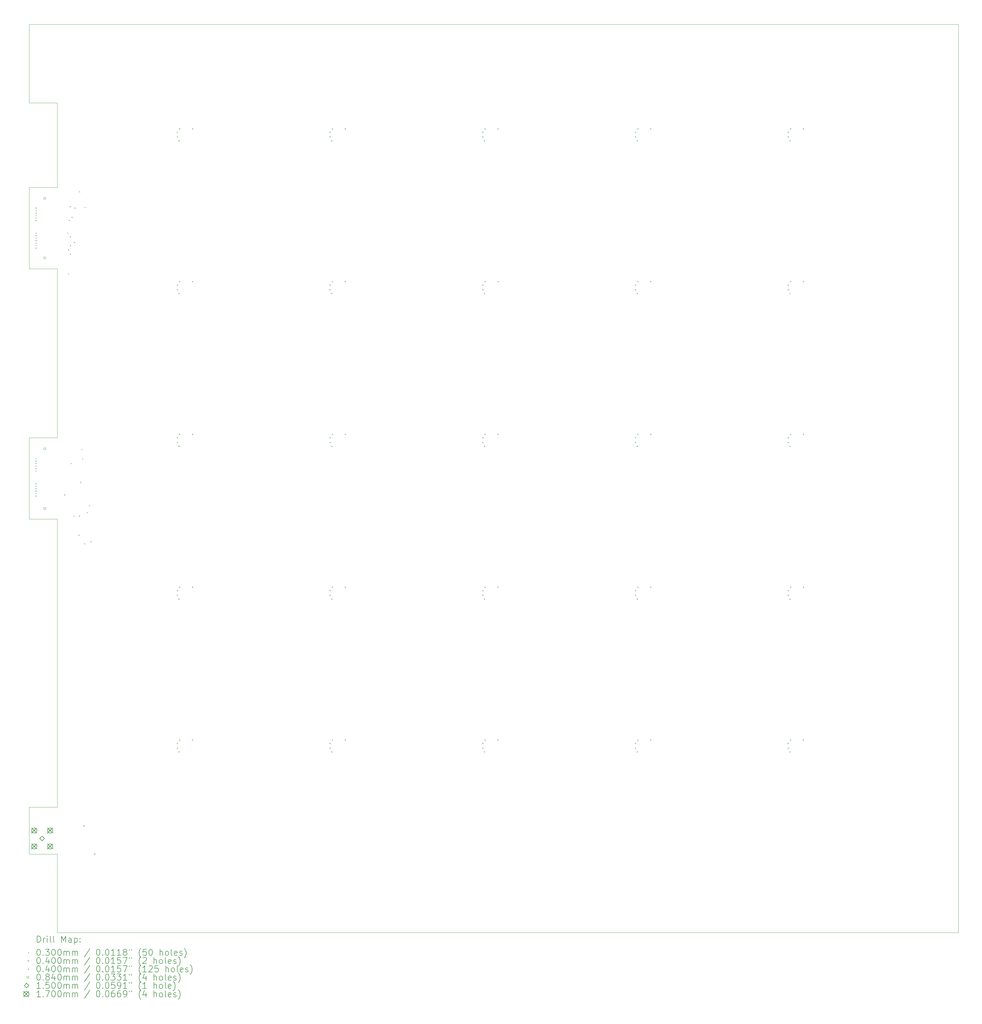
<source format=gbr>
%TF.GenerationSoftware,KiCad,Pcbnew,8.0.2-1*%
%TF.CreationDate,2024-11-08T17:12:25-05:00*%
%TF.ProjectId,OddLayers_1.3mm_SiPM,4f64644c-6179-4657-9273-5f312e336d6d,rev?*%
%TF.SameCoordinates,Original*%
%TF.FileFunction,Drillmap*%
%TF.FilePolarity,Positive*%
%FSLAX45Y45*%
G04 Gerber Fmt 4.5, Leading zero omitted, Abs format (unit mm)*
G04 Created by KiCad (PCBNEW 8.0.2-1) date 2024-11-08 17:12:25*
%MOMM*%
%LPD*%
G01*
G04 APERTURE LIST*
%ADD10C,0.050000*%
%ADD11C,0.200000*%
%ADD12C,0.100000*%
%ADD13C,0.150000*%
%ADD14C,0.170000*%
G04 APERTURE END LIST*
D10*
X5500000Y-28500000D02*
X6400000Y-28500000D01*
X5500000Y-30000000D02*
X5500000Y-28500000D01*
X6400000Y-30000000D02*
X5500000Y-30000000D01*
X6400000Y-32500000D02*
X6400000Y-30000000D01*
X6400000Y-11300000D02*
X5500000Y-11300000D01*
X5500000Y-8700000D02*
X5500000Y-11300000D01*
X6400000Y-28500000D02*
X6400000Y-19300000D01*
X6400000Y-8700000D02*
X6400000Y-6000000D01*
X5500000Y-16700000D02*
X6400000Y-16700000D01*
X5500000Y-6000000D02*
X6400000Y-6000000D01*
X5500000Y-3500000D02*
X35200000Y-3500000D01*
X5500000Y-19300000D02*
X5500000Y-16700000D01*
X6400000Y-19300000D02*
X5500000Y-19300000D01*
X5500000Y-8700000D02*
X6400000Y-8700000D01*
X5500000Y-3500000D02*
X5500000Y-6000000D01*
X35200000Y-3500000D02*
X35200000Y-32500000D01*
X6400000Y-16700000D02*
X6400000Y-11300000D01*
X35200000Y-32500000D02*
X6400000Y-32500000D01*
D11*
D12*
X5705000Y-17345000D02*
X5735000Y-17375000D01*
X5735000Y-17345000D02*
X5705000Y-17375000D01*
X5705000Y-17425000D02*
X5735000Y-17455000D01*
X5735000Y-17425000D02*
X5705000Y-17455000D01*
X5705000Y-17505000D02*
X5735000Y-17535000D01*
X5735000Y-17505000D02*
X5705000Y-17535000D01*
X5705000Y-17585000D02*
X5735000Y-17615000D01*
X5735000Y-17585000D02*
X5705000Y-17615000D01*
X5705000Y-17665000D02*
X5735000Y-17695000D01*
X5735000Y-17665000D02*
X5705000Y-17695000D01*
X5705000Y-17745000D02*
X5735000Y-17775000D01*
X5735000Y-17745000D02*
X5705000Y-17775000D01*
X5705000Y-18145000D02*
X5735000Y-18175000D01*
X5735000Y-18145000D02*
X5705000Y-18175000D01*
X5705000Y-18225000D02*
X5735000Y-18255000D01*
X5735000Y-18225000D02*
X5705000Y-18255000D01*
X5705000Y-18305000D02*
X5735000Y-18335000D01*
X5735000Y-18305000D02*
X5705000Y-18335000D01*
X5705000Y-18385000D02*
X5735000Y-18415000D01*
X5735000Y-18385000D02*
X5705000Y-18415000D01*
X5705000Y-18465000D02*
X5735000Y-18495000D01*
X5735000Y-18465000D02*
X5705000Y-18495000D01*
X5705000Y-18545000D02*
X5735000Y-18575000D01*
X5735000Y-18545000D02*
X5705000Y-18575000D01*
X5710000Y-9345000D02*
X5740000Y-9375000D01*
X5740000Y-9345000D02*
X5710000Y-9375000D01*
X5710000Y-9425000D02*
X5740000Y-9455000D01*
X5740000Y-9425000D02*
X5710000Y-9455000D01*
X5710000Y-9505000D02*
X5740000Y-9535000D01*
X5740000Y-9505000D02*
X5710000Y-9535000D01*
X5710000Y-9585000D02*
X5740000Y-9615000D01*
X5740000Y-9585000D02*
X5710000Y-9615000D01*
X5710000Y-9665000D02*
X5740000Y-9695000D01*
X5740000Y-9665000D02*
X5710000Y-9695000D01*
X5710000Y-9745000D02*
X5740000Y-9775000D01*
X5740000Y-9745000D02*
X5710000Y-9775000D01*
X5710000Y-10145000D02*
X5740000Y-10175000D01*
X5740000Y-10145000D02*
X5710000Y-10175000D01*
X5710000Y-10225000D02*
X5740000Y-10255000D01*
X5740000Y-10225000D02*
X5710000Y-10255000D01*
X5710000Y-10305000D02*
X5740000Y-10335000D01*
X5740000Y-10305000D02*
X5710000Y-10335000D01*
X5710000Y-10385000D02*
X5740000Y-10415000D01*
X5740000Y-10385000D02*
X5710000Y-10415000D01*
X5710000Y-10465000D02*
X5740000Y-10495000D01*
X5740000Y-10465000D02*
X5710000Y-10495000D01*
X5710000Y-10545000D02*
X5740000Y-10575000D01*
X5740000Y-10545000D02*
X5710000Y-10575000D01*
X5710000Y-10625000D02*
X5740000Y-10655000D01*
X5740000Y-10625000D02*
X5710000Y-10655000D01*
X6625000Y-18505000D02*
X6655000Y-18535000D01*
X6655000Y-18505000D02*
X6625000Y-18535000D01*
X6725000Y-10145000D02*
X6755000Y-10175000D01*
X6755000Y-10145000D02*
X6725000Y-10175000D01*
X6745000Y-10685000D02*
X6775000Y-10715000D01*
X6775000Y-10685000D02*
X6745000Y-10715000D01*
X6745000Y-11445000D02*
X6775000Y-11475000D01*
X6775000Y-11445000D02*
X6745000Y-11475000D01*
X6765000Y-9745000D02*
X6795000Y-9775000D01*
X6795000Y-9745000D02*
X6765000Y-9775000D01*
X6797426Y-9297427D02*
X6827426Y-9327427D01*
X6827426Y-9297427D02*
X6797426Y-9327427D01*
X6805000Y-10265000D02*
X6835000Y-10295000D01*
X6835000Y-10265000D02*
X6805000Y-10295000D01*
X6805000Y-10545000D02*
X6835000Y-10575000D01*
X6835000Y-10545000D02*
X6805000Y-10575000D01*
X6805000Y-10825000D02*
X6835000Y-10855000D01*
X6835000Y-10825000D02*
X6805000Y-10855000D01*
X6825000Y-17505000D02*
X6855000Y-17535000D01*
X6855000Y-17505000D02*
X6825000Y-17535000D01*
X6855000Y-9645000D02*
X6885000Y-9675000D01*
X6885000Y-9645000D02*
X6855000Y-9675000D01*
X6925000Y-19185000D02*
X6955000Y-19215000D01*
X6955000Y-19185000D02*
X6925000Y-19215000D01*
X6935000Y-10445000D02*
X6965000Y-10475000D01*
X6965000Y-10445000D02*
X6935000Y-10475000D01*
X6945000Y-9345000D02*
X6975000Y-9375000D01*
X6975000Y-9345000D02*
X6945000Y-9375000D01*
X7074289Y-19795711D02*
X7104289Y-19825711D01*
X7104289Y-19795711D02*
X7074289Y-19825711D01*
X7091716Y-19188284D02*
X7121716Y-19218284D01*
X7121716Y-19188284D02*
X7091716Y-19218284D01*
X7095000Y-8825000D02*
X7125000Y-8855000D01*
X7125000Y-8825000D02*
X7095000Y-8855000D01*
X7135000Y-18105000D02*
X7165000Y-18135000D01*
X7165000Y-18105000D02*
X7135000Y-18135000D01*
X7175000Y-17055000D02*
X7205000Y-17085000D01*
X7205000Y-17055000D02*
X7175000Y-17085000D01*
X7195000Y-17365000D02*
X7225000Y-17395000D01*
X7225000Y-17365000D02*
X7195000Y-17395000D01*
X7257390Y-20067427D02*
X7287390Y-20097427D01*
X7287390Y-20067427D02*
X7257390Y-20097427D01*
X7275000Y-9325000D02*
X7305000Y-9355000D01*
X7305000Y-9325000D02*
X7275000Y-9355000D01*
X7345000Y-19075000D02*
X7375000Y-19105000D01*
X7375000Y-19075000D02*
X7345000Y-19105000D01*
X7415000Y-18845000D02*
X7445000Y-18875000D01*
X7445000Y-18845000D02*
X7415000Y-18875000D01*
X7455000Y-20000000D02*
X7485000Y-20030000D01*
X7485000Y-20000000D02*
X7455000Y-20030000D01*
X7270000Y-29100000D02*
G75*
G02*
X7230000Y-29100000I-20000J0D01*
G01*
X7230000Y-29100000D02*
G75*
G02*
X7270000Y-29100000I20000J0D01*
G01*
X7620000Y-30000000D02*
G75*
G02*
X7580000Y-30000000I-20000J0D01*
G01*
X7580000Y-30000000D02*
G75*
G02*
X7620000Y-30000000I20000J0D01*
G01*
X10235000Y-6920000D02*
X10235000Y-6960000D01*
X10215000Y-6940000D02*
X10255000Y-6940000D01*
X10235000Y-7070000D02*
X10235000Y-7110000D01*
X10215000Y-7090000D02*
X10255000Y-7090000D01*
X10235000Y-11800000D02*
X10235000Y-11840000D01*
X10215000Y-11820000D02*
X10255000Y-11820000D01*
X10235000Y-11950000D02*
X10235000Y-11990000D01*
X10215000Y-11970000D02*
X10255000Y-11970000D01*
X10235000Y-16680000D02*
X10235000Y-16720000D01*
X10215000Y-16700000D02*
X10255000Y-16700000D01*
X10235000Y-16830000D02*
X10235000Y-16870000D01*
X10215000Y-16850000D02*
X10255000Y-16850000D01*
X10235000Y-21560000D02*
X10235000Y-21600000D01*
X10215000Y-21580000D02*
X10255000Y-21580000D01*
X10235000Y-21710000D02*
X10235000Y-21750000D01*
X10215000Y-21730000D02*
X10255000Y-21730000D01*
X10235000Y-26440000D02*
X10235000Y-26480000D01*
X10215000Y-26460000D02*
X10255000Y-26460000D01*
X10235000Y-26590000D02*
X10235000Y-26630000D01*
X10215000Y-26610000D02*
X10255000Y-26610000D01*
X10290000Y-7190000D02*
X10290000Y-7230000D01*
X10270000Y-7210000D02*
X10310000Y-7210000D01*
X10290000Y-12070000D02*
X10290000Y-12110000D01*
X10270000Y-12090000D02*
X10310000Y-12090000D01*
X10290000Y-16950000D02*
X10290000Y-16990000D01*
X10270000Y-16970000D02*
X10310000Y-16970000D01*
X10290000Y-21830000D02*
X10290000Y-21870000D01*
X10270000Y-21850000D02*
X10310000Y-21850000D01*
X10290000Y-26710000D02*
X10290000Y-26750000D01*
X10270000Y-26730000D02*
X10310000Y-26730000D01*
X10310000Y-6810000D02*
X10310000Y-6850000D01*
X10290000Y-6830000D02*
X10330000Y-6830000D01*
X10310000Y-11690000D02*
X10310000Y-11730000D01*
X10290000Y-11710000D02*
X10330000Y-11710000D01*
X10310000Y-16570000D02*
X10310000Y-16610000D01*
X10290000Y-16590000D02*
X10330000Y-16590000D01*
X10310000Y-21450000D02*
X10310000Y-21490000D01*
X10290000Y-21470000D02*
X10330000Y-21470000D01*
X10310000Y-26330000D02*
X10310000Y-26370000D01*
X10290000Y-26350000D02*
X10330000Y-26350000D01*
X10720000Y-6810000D02*
X10720000Y-6850000D01*
X10700000Y-6830000D02*
X10740000Y-6830000D01*
X10720000Y-11690000D02*
X10720000Y-11730000D01*
X10700000Y-11710000D02*
X10740000Y-11710000D01*
X10720000Y-16570000D02*
X10720000Y-16610000D01*
X10700000Y-16590000D02*
X10740000Y-16590000D01*
X10720000Y-21450000D02*
X10720000Y-21490000D01*
X10700000Y-21470000D02*
X10740000Y-21470000D01*
X10720000Y-26330000D02*
X10720000Y-26370000D01*
X10700000Y-26350000D02*
X10740000Y-26350000D01*
X15115000Y-6920000D02*
X15115000Y-6960000D01*
X15095000Y-6940000D02*
X15135000Y-6940000D01*
X15115000Y-7070000D02*
X15115000Y-7110000D01*
X15095000Y-7090000D02*
X15135000Y-7090000D01*
X15115000Y-11800000D02*
X15115000Y-11840000D01*
X15095000Y-11820000D02*
X15135000Y-11820000D01*
X15115000Y-11950000D02*
X15115000Y-11990000D01*
X15095000Y-11970000D02*
X15135000Y-11970000D01*
X15115000Y-16680000D02*
X15115000Y-16720000D01*
X15095000Y-16700000D02*
X15135000Y-16700000D01*
X15115000Y-16830000D02*
X15115000Y-16870000D01*
X15095000Y-16850000D02*
X15135000Y-16850000D01*
X15115000Y-21560000D02*
X15115000Y-21600000D01*
X15095000Y-21580000D02*
X15135000Y-21580000D01*
X15115000Y-21710000D02*
X15115000Y-21750000D01*
X15095000Y-21730000D02*
X15135000Y-21730000D01*
X15115000Y-26440000D02*
X15115000Y-26480000D01*
X15095000Y-26460000D02*
X15135000Y-26460000D01*
X15115000Y-26590000D02*
X15115000Y-26630000D01*
X15095000Y-26610000D02*
X15135000Y-26610000D01*
X15170000Y-7190000D02*
X15170000Y-7230000D01*
X15150000Y-7210000D02*
X15190000Y-7210000D01*
X15170000Y-12070000D02*
X15170000Y-12110000D01*
X15150000Y-12090000D02*
X15190000Y-12090000D01*
X15170000Y-16950000D02*
X15170000Y-16990000D01*
X15150000Y-16970000D02*
X15190000Y-16970000D01*
X15170000Y-21830000D02*
X15170000Y-21870000D01*
X15150000Y-21850000D02*
X15190000Y-21850000D01*
X15170000Y-26710000D02*
X15170000Y-26750000D01*
X15150000Y-26730000D02*
X15190000Y-26730000D01*
X15190000Y-6810000D02*
X15190000Y-6850000D01*
X15170000Y-6830000D02*
X15210000Y-6830000D01*
X15190000Y-11690000D02*
X15190000Y-11730000D01*
X15170000Y-11710000D02*
X15210000Y-11710000D01*
X15190000Y-16570000D02*
X15190000Y-16610000D01*
X15170000Y-16590000D02*
X15210000Y-16590000D01*
X15190000Y-21450000D02*
X15190000Y-21490000D01*
X15170000Y-21470000D02*
X15210000Y-21470000D01*
X15190000Y-26330000D02*
X15190000Y-26370000D01*
X15170000Y-26350000D02*
X15210000Y-26350000D01*
X15600000Y-6810000D02*
X15600000Y-6850000D01*
X15580000Y-6830000D02*
X15620000Y-6830000D01*
X15600000Y-11690000D02*
X15600000Y-11730000D01*
X15580000Y-11710000D02*
X15620000Y-11710000D01*
X15600000Y-16570000D02*
X15600000Y-16610000D01*
X15580000Y-16590000D02*
X15620000Y-16590000D01*
X15600000Y-21450000D02*
X15600000Y-21490000D01*
X15580000Y-21470000D02*
X15620000Y-21470000D01*
X15600000Y-26330000D02*
X15600000Y-26370000D01*
X15580000Y-26350000D02*
X15620000Y-26350000D01*
X19995000Y-6920000D02*
X19995000Y-6960000D01*
X19975000Y-6940000D02*
X20015000Y-6940000D01*
X19995000Y-7070000D02*
X19995000Y-7110000D01*
X19975000Y-7090000D02*
X20015000Y-7090000D01*
X19995000Y-11800000D02*
X19995000Y-11840000D01*
X19975000Y-11820000D02*
X20015000Y-11820000D01*
X19995000Y-11950000D02*
X19995000Y-11990000D01*
X19975000Y-11970000D02*
X20015000Y-11970000D01*
X19995000Y-16680000D02*
X19995000Y-16720000D01*
X19975000Y-16700000D02*
X20015000Y-16700000D01*
X19995000Y-16830000D02*
X19995000Y-16870000D01*
X19975000Y-16850000D02*
X20015000Y-16850000D01*
X19995000Y-21560000D02*
X19995000Y-21600000D01*
X19975000Y-21580000D02*
X20015000Y-21580000D01*
X19995000Y-21710000D02*
X19995000Y-21750000D01*
X19975000Y-21730000D02*
X20015000Y-21730000D01*
X19995000Y-26440000D02*
X19995000Y-26480000D01*
X19975000Y-26460000D02*
X20015000Y-26460000D01*
X19995000Y-26590000D02*
X19995000Y-26630000D01*
X19975000Y-26610000D02*
X20015000Y-26610000D01*
X20050000Y-7190000D02*
X20050000Y-7230000D01*
X20030000Y-7210000D02*
X20070000Y-7210000D01*
X20050000Y-12070000D02*
X20050000Y-12110000D01*
X20030000Y-12090000D02*
X20070000Y-12090000D01*
X20050000Y-16950000D02*
X20050000Y-16990000D01*
X20030000Y-16970000D02*
X20070000Y-16970000D01*
X20050000Y-21830000D02*
X20050000Y-21870000D01*
X20030000Y-21850000D02*
X20070000Y-21850000D01*
X20050000Y-26710000D02*
X20050000Y-26750000D01*
X20030000Y-26730000D02*
X20070000Y-26730000D01*
X20070000Y-6810000D02*
X20070000Y-6850000D01*
X20050000Y-6830000D02*
X20090000Y-6830000D01*
X20070000Y-11690000D02*
X20070000Y-11730000D01*
X20050000Y-11710000D02*
X20090000Y-11710000D01*
X20070000Y-16570000D02*
X20070000Y-16610000D01*
X20050000Y-16590000D02*
X20090000Y-16590000D01*
X20070000Y-21450000D02*
X20070000Y-21490000D01*
X20050000Y-21470000D02*
X20090000Y-21470000D01*
X20070000Y-26330000D02*
X20070000Y-26370000D01*
X20050000Y-26350000D02*
X20090000Y-26350000D01*
X20480000Y-6810000D02*
X20480000Y-6850000D01*
X20460000Y-6830000D02*
X20500000Y-6830000D01*
X20480000Y-11690000D02*
X20480000Y-11730000D01*
X20460000Y-11710000D02*
X20500000Y-11710000D01*
X20480000Y-16570000D02*
X20480000Y-16610000D01*
X20460000Y-16590000D02*
X20500000Y-16590000D01*
X20480000Y-21450000D02*
X20480000Y-21490000D01*
X20460000Y-21470000D02*
X20500000Y-21470000D01*
X20480000Y-26330000D02*
X20480000Y-26370000D01*
X20460000Y-26350000D02*
X20500000Y-26350000D01*
X24875000Y-6920000D02*
X24875000Y-6960000D01*
X24855000Y-6940000D02*
X24895000Y-6940000D01*
X24875000Y-7070000D02*
X24875000Y-7110000D01*
X24855000Y-7090000D02*
X24895000Y-7090000D01*
X24875000Y-11800000D02*
X24875000Y-11840000D01*
X24855000Y-11820000D02*
X24895000Y-11820000D01*
X24875000Y-11950000D02*
X24875000Y-11990000D01*
X24855000Y-11970000D02*
X24895000Y-11970000D01*
X24875000Y-16680000D02*
X24875000Y-16720000D01*
X24855000Y-16700000D02*
X24895000Y-16700000D01*
X24875000Y-16830000D02*
X24875000Y-16870000D01*
X24855000Y-16850000D02*
X24895000Y-16850000D01*
X24875000Y-21560000D02*
X24875000Y-21600000D01*
X24855000Y-21580000D02*
X24895000Y-21580000D01*
X24875000Y-21710000D02*
X24875000Y-21750000D01*
X24855000Y-21730000D02*
X24895000Y-21730000D01*
X24875000Y-26440000D02*
X24875000Y-26480000D01*
X24855000Y-26460000D02*
X24895000Y-26460000D01*
X24875000Y-26590000D02*
X24875000Y-26630000D01*
X24855000Y-26610000D02*
X24895000Y-26610000D01*
X24930000Y-7190000D02*
X24930000Y-7230000D01*
X24910000Y-7210000D02*
X24950000Y-7210000D01*
X24930000Y-12070000D02*
X24930000Y-12110000D01*
X24910000Y-12090000D02*
X24950000Y-12090000D01*
X24930000Y-16950000D02*
X24930000Y-16990000D01*
X24910000Y-16970000D02*
X24950000Y-16970000D01*
X24930000Y-21830000D02*
X24930000Y-21870000D01*
X24910000Y-21850000D02*
X24950000Y-21850000D01*
X24930000Y-26710000D02*
X24930000Y-26750000D01*
X24910000Y-26730000D02*
X24950000Y-26730000D01*
X24950000Y-6810000D02*
X24950000Y-6850000D01*
X24930000Y-6830000D02*
X24970000Y-6830000D01*
X24950000Y-11690000D02*
X24950000Y-11730000D01*
X24930000Y-11710000D02*
X24970000Y-11710000D01*
X24950000Y-16570000D02*
X24950000Y-16610000D01*
X24930000Y-16590000D02*
X24970000Y-16590000D01*
X24950000Y-21450000D02*
X24950000Y-21490000D01*
X24930000Y-21470000D02*
X24970000Y-21470000D01*
X24950000Y-26330000D02*
X24950000Y-26370000D01*
X24930000Y-26350000D02*
X24970000Y-26350000D01*
X25360000Y-6810000D02*
X25360000Y-6850000D01*
X25340000Y-6830000D02*
X25380000Y-6830000D01*
X25360000Y-11690000D02*
X25360000Y-11730000D01*
X25340000Y-11710000D02*
X25380000Y-11710000D01*
X25360000Y-16570000D02*
X25360000Y-16610000D01*
X25340000Y-16590000D02*
X25380000Y-16590000D01*
X25360000Y-21450000D02*
X25360000Y-21490000D01*
X25340000Y-21470000D02*
X25380000Y-21470000D01*
X25360000Y-26330000D02*
X25360000Y-26370000D01*
X25340000Y-26350000D02*
X25380000Y-26350000D01*
X29755000Y-6920000D02*
X29755000Y-6960000D01*
X29735000Y-6940000D02*
X29775000Y-6940000D01*
X29755000Y-7070000D02*
X29755000Y-7110000D01*
X29735000Y-7090000D02*
X29775000Y-7090000D01*
X29755000Y-11800000D02*
X29755000Y-11840000D01*
X29735000Y-11820000D02*
X29775000Y-11820000D01*
X29755000Y-11950000D02*
X29755000Y-11990000D01*
X29735000Y-11970000D02*
X29775000Y-11970000D01*
X29755000Y-16680000D02*
X29755000Y-16720000D01*
X29735000Y-16700000D02*
X29775000Y-16700000D01*
X29755000Y-16830000D02*
X29755000Y-16870000D01*
X29735000Y-16850000D02*
X29775000Y-16850000D01*
X29755000Y-21560000D02*
X29755000Y-21600000D01*
X29735000Y-21580000D02*
X29775000Y-21580000D01*
X29755000Y-21710000D02*
X29755000Y-21750000D01*
X29735000Y-21730000D02*
X29775000Y-21730000D01*
X29755000Y-26440000D02*
X29755000Y-26480000D01*
X29735000Y-26460000D02*
X29775000Y-26460000D01*
X29755000Y-26590000D02*
X29755000Y-26630000D01*
X29735000Y-26610000D02*
X29775000Y-26610000D01*
X29810000Y-7190000D02*
X29810000Y-7230000D01*
X29790000Y-7210000D02*
X29830000Y-7210000D01*
X29810000Y-12070000D02*
X29810000Y-12110000D01*
X29790000Y-12090000D02*
X29830000Y-12090000D01*
X29810000Y-16950000D02*
X29810000Y-16990000D01*
X29790000Y-16970000D02*
X29830000Y-16970000D01*
X29810000Y-21830000D02*
X29810000Y-21870000D01*
X29790000Y-21850000D02*
X29830000Y-21850000D01*
X29810000Y-26710000D02*
X29810000Y-26750000D01*
X29790000Y-26730000D02*
X29830000Y-26730000D01*
X29830000Y-6810000D02*
X29830000Y-6850000D01*
X29810000Y-6830000D02*
X29850000Y-6830000D01*
X29830000Y-11690000D02*
X29830000Y-11730000D01*
X29810000Y-11710000D02*
X29850000Y-11710000D01*
X29830000Y-16570000D02*
X29830000Y-16610000D01*
X29810000Y-16590000D02*
X29850000Y-16590000D01*
X29830000Y-21450000D02*
X29830000Y-21490000D01*
X29810000Y-21470000D02*
X29850000Y-21470000D01*
X29830000Y-26330000D02*
X29830000Y-26370000D01*
X29810000Y-26350000D02*
X29850000Y-26350000D01*
X30240000Y-6810000D02*
X30240000Y-6850000D01*
X30220000Y-6830000D02*
X30260000Y-6830000D01*
X30240000Y-11690000D02*
X30240000Y-11730000D01*
X30220000Y-11710000D02*
X30260000Y-11710000D01*
X30240000Y-16570000D02*
X30240000Y-16610000D01*
X30220000Y-16590000D02*
X30260000Y-16590000D01*
X30240000Y-21450000D02*
X30240000Y-21490000D01*
X30220000Y-21470000D02*
X30260000Y-21470000D01*
X30240000Y-26330000D02*
X30240000Y-26370000D01*
X30220000Y-26350000D02*
X30260000Y-26350000D01*
X6029699Y-9080199D02*
X6029699Y-9020801D01*
X5970301Y-9020801D01*
X5970301Y-9080199D01*
X6029699Y-9080199D01*
X6029699Y-10979199D02*
X6029699Y-10919801D01*
X5970301Y-10919801D01*
X5970301Y-10979199D01*
X6029699Y-10979199D01*
X6029699Y-17080199D02*
X6029699Y-17020801D01*
X5970301Y-17020801D01*
X5970301Y-17080199D01*
X6029699Y-17080199D01*
X6029699Y-18979199D02*
X6029699Y-18919801D01*
X5970301Y-18919801D01*
X5970301Y-18979199D01*
X6029699Y-18979199D01*
D13*
X5920000Y-29575000D02*
X5995000Y-29500000D01*
X5920000Y-29425000D01*
X5845000Y-29500000D01*
X5920000Y-29575000D01*
D14*
X5581000Y-29161000D02*
X5751000Y-29331000D01*
X5751000Y-29161000D02*
X5581000Y-29331000D01*
X5751000Y-29246000D02*
G75*
G02*
X5581000Y-29246000I-85000J0D01*
G01*
X5581000Y-29246000D02*
G75*
G02*
X5751000Y-29246000I85000J0D01*
G01*
X5581000Y-29669000D02*
X5751000Y-29839000D01*
X5751000Y-29669000D02*
X5581000Y-29839000D01*
X5751000Y-29754000D02*
G75*
G02*
X5581000Y-29754000I-85000J0D01*
G01*
X5581000Y-29754000D02*
G75*
G02*
X5751000Y-29754000I85000J0D01*
G01*
X6089000Y-29161000D02*
X6259000Y-29331000D01*
X6259000Y-29161000D02*
X6089000Y-29331000D01*
X6259000Y-29246000D02*
G75*
G02*
X6089000Y-29246000I-85000J0D01*
G01*
X6089000Y-29246000D02*
G75*
G02*
X6259000Y-29246000I85000J0D01*
G01*
X6089000Y-29669000D02*
X6259000Y-29839000D01*
X6259000Y-29669000D02*
X6089000Y-29839000D01*
X6259000Y-29754000D02*
G75*
G02*
X6089000Y-29754000I-85000J0D01*
G01*
X6089000Y-29754000D02*
G75*
G02*
X6259000Y-29754000I85000J0D01*
G01*
D11*
X5758277Y-32813984D02*
X5758277Y-32613984D01*
X5758277Y-32613984D02*
X5805896Y-32613984D01*
X5805896Y-32613984D02*
X5834467Y-32623508D01*
X5834467Y-32623508D02*
X5853515Y-32642555D01*
X5853515Y-32642555D02*
X5863039Y-32661603D01*
X5863039Y-32661603D02*
X5872562Y-32699698D01*
X5872562Y-32699698D02*
X5872562Y-32728269D01*
X5872562Y-32728269D02*
X5863039Y-32766365D01*
X5863039Y-32766365D02*
X5853515Y-32785412D01*
X5853515Y-32785412D02*
X5834467Y-32804460D01*
X5834467Y-32804460D02*
X5805896Y-32813984D01*
X5805896Y-32813984D02*
X5758277Y-32813984D01*
X5958277Y-32813984D02*
X5958277Y-32680650D01*
X5958277Y-32718746D02*
X5967801Y-32699698D01*
X5967801Y-32699698D02*
X5977324Y-32690174D01*
X5977324Y-32690174D02*
X5996372Y-32680650D01*
X5996372Y-32680650D02*
X6015420Y-32680650D01*
X6082086Y-32813984D02*
X6082086Y-32680650D01*
X6082086Y-32613984D02*
X6072562Y-32623508D01*
X6072562Y-32623508D02*
X6082086Y-32633031D01*
X6082086Y-32633031D02*
X6091610Y-32623508D01*
X6091610Y-32623508D02*
X6082086Y-32613984D01*
X6082086Y-32613984D02*
X6082086Y-32633031D01*
X6205896Y-32813984D02*
X6186848Y-32804460D01*
X6186848Y-32804460D02*
X6177324Y-32785412D01*
X6177324Y-32785412D02*
X6177324Y-32613984D01*
X6310658Y-32813984D02*
X6291610Y-32804460D01*
X6291610Y-32804460D02*
X6282086Y-32785412D01*
X6282086Y-32785412D02*
X6282086Y-32613984D01*
X6539229Y-32813984D02*
X6539229Y-32613984D01*
X6539229Y-32613984D02*
X6605896Y-32756841D01*
X6605896Y-32756841D02*
X6672562Y-32613984D01*
X6672562Y-32613984D02*
X6672562Y-32813984D01*
X6853515Y-32813984D02*
X6853515Y-32709222D01*
X6853515Y-32709222D02*
X6843991Y-32690174D01*
X6843991Y-32690174D02*
X6824943Y-32680650D01*
X6824943Y-32680650D02*
X6786848Y-32680650D01*
X6786848Y-32680650D02*
X6767801Y-32690174D01*
X6853515Y-32804460D02*
X6834467Y-32813984D01*
X6834467Y-32813984D02*
X6786848Y-32813984D01*
X6786848Y-32813984D02*
X6767801Y-32804460D01*
X6767801Y-32804460D02*
X6758277Y-32785412D01*
X6758277Y-32785412D02*
X6758277Y-32766365D01*
X6758277Y-32766365D02*
X6767801Y-32747317D01*
X6767801Y-32747317D02*
X6786848Y-32737793D01*
X6786848Y-32737793D02*
X6834467Y-32737793D01*
X6834467Y-32737793D02*
X6853515Y-32728269D01*
X6948753Y-32680650D02*
X6948753Y-32880650D01*
X6948753Y-32690174D02*
X6967801Y-32680650D01*
X6967801Y-32680650D02*
X7005896Y-32680650D01*
X7005896Y-32680650D02*
X7024943Y-32690174D01*
X7024943Y-32690174D02*
X7034467Y-32699698D01*
X7034467Y-32699698D02*
X7043991Y-32718746D01*
X7043991Y-32718746D02*
X7043991Y-32775888D01*
X7043991Y-32775888D02*
X7034467Y-32794936D01*
X7034467Y-32794936D02*
X7024943Y-32804460D01*
X7024943Y-32804460D02*
X7005896Y-32813984D01*
X7005896Y-32813984D02*
X6967801Y-32813984D01*
X6967801Y-32813984D02*
X6948753Y-32804460D01*
X7129705Y-32794936D02*
X7139229Y-32804460D01*
X7139229Y-32804460D02*
X7129705Y-32813984D01*
X7129705Y-32813984D02*
X7120182Y-32804460D01*
X7120182Y-32804460D02*
X7129705Y-32794936D01*
X7129705Y-32794936D02*
X7129705Y-32813984D01*
X7129705Y-32690174D02*
X7139229Y-32699698D01*
X7139229Y-32699698D02*
X7129705Y-32709222D01*
X7129705Y-32709222D02*
X7120182Y-32699698D01*
X7120182Y-32699698D02*
X7129705Y-32690174D01*
X7129705Y-32690174D02*
X7129705Y-32709222D01*
D12*
X5467500Y-33127500D02*
X5497500Y-33157500D01*
X5497500Y-33127500D02*
X5467500Y-33157500D01*
D11*
X5796372Y-33033984D02*
X5815420Y-33033984D01*
X5815420Y-33033984D02*
X5834467Y-33043508D01*
X5834467Y-33043508D02*
X5843991Y-33053031D01*
X5843991Y-33053031D02*
X5853515Y-33072079D01*
X5853515Y-33072079D02*
X5863039Y-33110174D01*
X5863039Y-33110174D02*
X5863039Y-33157793D01*
X5863039Y-33157793D02*
X5853515Y-33195888D01*
X5853515Y-33195888D02*
X5843991Y-33214936D01*
X5843991Y-33214936D02*
X5834467Y-33224460D01*
X5834467Y-33224460D02*
X5815420Y-33233984D01*
X5815420Y-33233984D02*
X5796372Y-33233984D01*
X5796372Y-33233984D02*
X5777324Y-33224460D01*
X5777324Y-33224460D02*
X5767801Y-33214936D01*
X5767801Y-33214936D02*
X5758277Y-33195888D01*
X5758277Y-33195888D02*
X5748753Y-33157793D01*
X5748753Y-33157793D02*
X5748753Y-33110174D01*
X5748753Y-33110174D02*
X5758277Y-33072079D01*
X5758277Y-33072079D02*
X5767801Y-33053031D01*
X5767801Y-33053031D02*
X5777324Y-33043508D01*
X5777324Y-33043508D02*
X5796372Y-33033984D01*
X5948753Y-33214936D02*
X5958277Y-33224460D01*
X5958277Y-33224460D02*
X5948753Y-33233984D01*
X5948753Y-33233984D02*
X5939229Y-33224460D01*
X5939229Y-33224460D02*
X5948753Y-33214936D01*
X5948753Y-33214936D02*
X5948753Y-33233984D01*
X6024943Y-33033984D02*
X6148753Y-33033984D01*
X6148753Y-33033984D02*
X6082086Y-33110174D01*
X6082086Y-33110174D02*
X6110658Y-33110174D01*
X6110658Y-33110174D02*
X6129705Y-33119698D01*
X6129705Y-33119698D02*
X6139229Y-33129222D01*
X6139229Y-33129222D02*
X6148753Y-33148269D01*
X6148753Y-33148269D02*
X6148753Y-33195888D01*
X6148753Y-33195888D02*
X6139229Y-33214936D01*
X6139229Y-33214936D02*
X6129705Y-33224460D01*
X6129705Y-33224460D02*
X6110658Y-33233984D01*
X6110658Y-33233984D02*
X6053515Y-33233984D01*
X6053515Y-33233984D02*
X6034467Y-33224460D01*
X6034467Y-33224460D02*
X6024943Y-33214936D01*
X6272562Y-33033984D02*
X6291610Y-33033984D01*
X6291610Y-33033984D02*
X6310658Y-33043508D01*
X6310658Y-33043508D02*
X6320182Y-33053031D01*
X6320182Y-33053031D02*
X6329705Y-33072079D01*
X6329705Y-33072079D02*
X6339229Y-33110174D01*
X6339229Y-33110174D02*
X6339229Y-33157793D01*
X6339229Y-33157793D02*
X6329705Y-33195888D01*
X6329705Y-33195888D02*
X6320182Y-33214936D01*
X6320182Y-33214936D02*
X6310658Y-33224460D01*
X6310658Y-33224460D02*
X6291610Y-33233984D01*
X6291610Y-33233984D02*
X6272562Y-33233984D01*
X6272562Y-33233984D02*
X6253515Y-33224460D01*
X6253515Y-33224460D02*
X6243991Y-33214936D01*
X6243991Y-33214936D02*
X6234467Y-33195888D01*
X6234467Y-33195888D02*
X6224943Y-33157793D01*
X6224943Y-33157793D02*
X6224943Y-33110174D01*
X6224943Y-33110174D02*
X6234467Y-33072079D01*
X6234467Y-33072079D02*
X6243991Y-33053031D01*
X6243991Y-33053031D02*
X6253515Y-33043508D01*
X6253515Y-33043508D02*
X6272562Y-33033984D01*
X6463039Y-33033984D02*
X6482086Y-33033984D01*
X6482086Y-33033984D02*
X6501134Y-33043508D01*
X6501134Y-33043508D02*
X6510658Y-33053031D01*
X6510658Y-33053031D02*
X6520182Y-33072079D01*
X6520182Y-33072079D02*
X6529705Y-33110174D01*
X6529705Y-33110174D02*
X6529705Y-33157793D01*
X6529705Y-33157793D02*
X6520182Y-33195888D01*
X6520182Y-33195888D02*
X6510658Y-33214936D01*
X6510658Y-33214936D02*
X6501134Y-33224460D01*
X6501134Y-33224460D02*
X6482086Y-33233984D01*
X6482086Y-33233984D02*
X6463039Y-33233984D01*
X6463039Y-33233984D02*
X6443991Y-33224460D01*
X6443991Y-33224460D02*
X6434467Y-33214936D01*
X6434467Y-33214936D02*
X6424943Y-33195888D01*
X6424943Y-33195888D02*
X6415420Y-33157793D01*
X6415420Y-33157793D02*
X6415420Y-33110174D01*
X6415420Y-33110174D02*
X6424943Y-33072079D01*
X6424943Y-33072079D02*
X6434467Y-33053031D01*
X6434467Y-33053031D02*
X6443991Y-33043508D01*
X6443991Y-33043508D02*
X6463039Y-33033984D01*
X6615420Y-33233984D02*
X6615420Y-33100650D01*
X6615420Y-33119698D02*
X6624943Y-33110174D01*
X6624943Y-33110174D02*
X6643991Y-33100650D01*
X6643991Y-33100650D02*
X6672563Y-33100650D01*
X6672563Y-33100650D02*
X6691610Y-33110174D01*
X6691610Y-33110174D02*
X6701134Y-33129222D01*
X6701134Y-33129222D02*
X6701134Y-33233984D01*
X6701134Y-33129222D02*
X6710658Y-33110174D01*
X6710658Y-33110174D02*
X6729705Y-33100650D01*
X6729705Y-33100650D02*
X6758277Y-33100650D01*
X6758277Y-33100650D02*
X6777324Y-33110174D01*
X6777324Y-33110174D02*
X6786848Y-33129222D01*
X6786848Y-33129222D02*
X6786848Y-33233984D01*
X6882086Y-33233984D02*
X6882086Y-33100650D01*
X6882086Y-33119698D02*
X6891610Y-33110174D01*
X6891610Y-33110174D02*
X6910658Y-33100650D01*
X6910658Y-33100650D02*
X6939229Y-33100650D01*
X6939229Y-33100650D02*
X6958277Y-33110174D01*
X6958277Y-33110174D02*
X6967801Y-33129222D01*
X6967801Y-33129222D02*
X6967801Y-33233984D01*
X6967801Y-33129222D02*
X6977324Y-33110174D01*
X6977324Y-33110174D02*
X6996372Y-33100650D01*
X6996372Y-33100650D02*
X7024943Y-33100650D01*
X7024943Y-33100650D02*
X7043991Y-33110174D01*
X7043991Y-33110174D02*
X7053515Y-33129222D01*
X7053515Y-33129222D02*
X7053515Y-33233984D01*
X7443991Y-33024460D02*
X7272563Y-33281603D01*
X7701134Y-33033984D02*
X7720182Y-33033984D01*
X7720182Y-33033984D02*
X7739229Y-33043508D01*
X7739229Y-33043508D02*
X7748753Y-33053031D01*
X7748753Y-33053031D02*
X7758277Y-33072079D01*
X7758277Y-33072079D02*
X7767801Y-33110174D01*
X7767801Y-33110174D02*
X7767801Y-33157793D01*
X7767801Y-33157793D02*
X7758277Y-33195888D01*
X7758277Y-33195888D02*
X7748753Y-33214936D01*
X7748753Y-33214936D02*
X7739229Y-33224460D01*
X7739229Y-33224460D02*
X7720182Y-33233984D01*
X7720182Y-33233984D02*
X7701134Y-33233984D01*
X7701134Y-33233984D02*
X7682086Y-33224460D01*
X7682086Y-33224460D02*
X7672563Y-33214936D01*
X7672563Y-33214936D02*
X7663039Y-33195888D01*
X7663039Y-33195888D02*
X7653515Y-33157793D01*
X7653515Y-33157793D02*
X7653515Y-33110174D01*
X7653515Y-33110174D02*
X7663039Y-33072079D01*
X7663039Y-33072079D02*
X7672563Y-33053031D01*
X7672563Y-33053031D02*
X7682086Y-33043508D01*
X7682086Y-33043508D02*
X7701134Y-33033984D01*
X7853515Y-33214936D02*
X7863039Y-33224460D01*
X7863039Y-33224460D02*
X7853515Y-33233984D01*
X7853515Y-33233984D02*
X7843991Y-33224460D01*
X7843991Y-33224460D02*
X7853515Y-33214936D01*
X7853515Y-33214936D02*
X7853515Y-33233984D01*
X7986848Y-33033984D02*
X8005896Y-33033984D01*
X8005896Y-33033984D02*
X8024944Y-33043508D01*
X8024944Y-33043508D02*
X8034467Y-33053031D01*
X8034467Y-33053031D02*
X8043991Y-33072079D01*
X8043991Y-33072079D02*
X8053515Y-33110174D01*
X8053515Y-33110174D02*
X8053515Y-33157793D01*
X8053515Y-33157793D02*
X8043991Y-33195888D01*
X8043991Y-33195888D02*
X8034467Y-33214936D01*
X8034467Y-33214936D02*
X8024944Y-33224460D01*
X8024944Y-33224460D02*
X8005896Y-33233984D01*
X8005896Y-33233984D02*
X7986848Y-33233984D01*
X7986848Y-33233984D02*
X7967801Y-33224460D01*
X7967801Y-33224460D02*
X7958277Y-33214936D01*
X7958277Y-33214936D02*
X7948753Y-33195888D01*
X7948753Y-33195888D02*
X7939229Y-33157793D01*
X7939229Y-33157793D02*
X7939229Y-33110174D01*
X7939229Y-33110174D02*
X7948753Y-33072079D01*
X7948753Y-33072079D02*
X7958277Y-33053031D01*
X7958277Y-33053031D02*
X7967801Y-33043508D01*
X7967801Y-33043508D02*
X7986848Y-33033984D01*
X8243991Y-33233984D02*
X8129706Y-33233984D01*
X8186848Y-33233984D02*
X8186848Y-33033984D01*
X8186848Y-33033984D02*
X8167801Y-33062555D01*
X8167801Y-33062555D02*
X8148753Y-33081603D01*
X8148753Y-33081603D02*
X8129706Y-33091127D01*
X8434468Y-33233984D02*
X8320182Y-33233984D01*
X8377325Y-33233984D02*
X8377325Y-33033984D01*
X8377325Y-33033984D02*
X8358277Y-33062555D01*
X8358277Y-33062555D02*
X8339229Y-33081603D01*
X8339229Y-33081603D02*
X8320182Y-33091127D01*
X8548753Y-33119698D02*
X8529706Y-33110174D01*
X8529706Y-33110174D02*
X8520182Y-33100650D01*
X8520182Y-33100650D02*
X8510658Y-33081603D01*
X8510658Y-33081603D02*
X8510658Y-33072079D01*
X8510658Y-33072079D02*
X8520182Y-33053031D01*
X8520182Y-33053031D02*
X8529706Y-33043508D01*
X8529706Y-33043508D02*
X8548753Y-33033984D01*
X8548753Y-33033984D02*
X8586849Y-33033984D01*
X8586849Y-33033984D02*
X8605896Y-33043508D01*
X8605896Y-33043508D02*
X8615420Y-33053031D01*
X8615420Y-33053031D02*
X8624944Y-33072079D01*
X8624944Y-33072079D02*
X8624944Y-33081603D01*
X8624944Y-33081603D02*
X8615420Y-33100650D01*
X8615420Y-33100650D02*
X8605896Y-33110174D01*
X8605896Y-33110174D02*
X8586849Y-33119698D01*
X8586849Y-33119698D02*
X8548753Y-33119698D01*
X8548753Y-33119698D02*
X8529706Y-33129222D01*
X8529706Y-33129222D02*
X8520182Y-33138746D01*
X8520182Y-33138746D02*
X8510658Y-33157793D01*
X8510658Y-33157793D02*
X8510658Y-33195888D01*
X8510658Y-33195888D02*
X8520182Y-33214936D01*
X8520182Y-33214936D02*
X8529706Y-33224460D01*
X8529706Y-33224460D02*
X8548753Y-33233984D01*
X8548753Y-33233984D02*
X8586849Y-33233984D01*
X8586849Y-33233984D02*
X8605896Y-33224460D01*
X8605896Y-33224460D02*
X8615420Y-33214936D01*
X8615420Y-33214936D02*
X8624944Y-33195888D01*
X8624944Y-33195888D02*
X8624944Y-33157793D01*
X8624944Y-33157793D02*
X8615420Y-33138746D01*
X8615420Y-33138746D02*
X8605896Y-33129222D01*
X8605896Y-33129222D02*
X8586849Y-33119698D01*
X8701134Y-33033984D02*
X8701134Y-33072079D01*
X8777325Y-33033984D02*
X8777325Y-33072079D01*
X9072563Y-33310174D02*
X9063039Y-33300650D01*
X9063039Y-33300650D02*
X9043991Y-33272079D01*
X9043991Y-33272079D02*
X9034468Y-33253031D01*
X9034468Y-33253031D02*
X9024944Y-33224460D01*
X9024944Y-33224460D02*
X9015420Y-33176841D01*
X9015420Y-33176841D02*
X9015420Y-33138746D01*
X9015420Y-33138746D02*
X9024944Y-33091127D01*
X9024944Y-33091127D02*
X9034468Y-33062555D01*
X9034468Y-33062555D02*
X9043991Y-33043508D01*
X9043991Y-33043508D02*
X9063039Y-33014936D01*
X9063039Y-33014936D02*
X9072563Y-33005412D01*
X9243991Y-33033984D02*
X9148753Y-33033984D01*
X9148753Y-33033984D02*
X9139230Y-33129222D01*
X9139230Y-33129222D02*
X9148753Y-33119698D01*
X9148753Y-33119698D02*
X9167801Y-33110174D01*
X9167801Y-33110174D02*
X9215420Y-33110174D01*
X9215420Y-33110174D02*
X9234468Y-33119698D01*
X9234468Y-33119698D02*
X9243991Y-33129222D01*
X9243991Y-33129222D02*
X9253515Y-33148269D01*
X9253515Y-33148269D02*
X9253515Y-33195888D01*
X9253515Y-33195888D02*
X9243991Y-33214936D01*
X9243991Y-33214936D02*
X9234468Y-33224460D01*
X9234468Y-33224460D02*
X9215420Y-33233984D01*
X9215420Y-33233984D02*
X9167801Y-33233984D01*
X9167801Y-33233984D02*
X9148753Y-33224460D01*
X9148753Y-33224460D02*
X9139230Y-33214936D01*
X9377325Y-33033984D02*
X9396372Y-33033984D01*
X9396372Y-33033984D02*
X9415420Y-33043508D01*
X9415420Y-33043508D02*
X9424944Y-33053031D01*
X9424944Y-33053031D02*
X9434468Y-33072079D01*
X9434468Y-33072079D02*
X9443991Y-33110174D01*
X9443991Y-33110174D02*
X9443991Y-33157793D01*
X9443991Y-33157793D02*
X9434468Y-33195888D01*
X9434468Y-33195888D02*
X9424944Y-33214936D01*
X9424944Y-33214936D02*
X9415420Y-33224460D01*
X9415420Y-33224460D02*
X9396372Y-33233984D01*
X9396372Y-33233984D02*
X9377325Y-33233984D01*
X9377325Y-33233984D02*
X9358277Y-33224460D01*
X9358277Y-33224460D02*
X9348753Y-33214936D01*
X9348753Y-33214936D02*
X9339230Y-33195888D01*
X9339230Y-33195888D02*
X9329706Y-33157793D01*
X9329706Y-33157793D02*
X9329706Y-33110174D01*
X9329706Y-33110174D02*
X9339230Y-33072079D01*
X9339230Y-33072079D02*
X9348753Y-33053031D01*
X9348753Y-33053031D02*
X9358277Y-33043508D01*
X9358277Y-33043508D02*
X9377325Y-33033984D01*
X9682087Y-33233984D02*
X9682087Y-33033984D01*
X9767801Y-33233984D02*
X9767801Y-33129222D01*
X9767801Y-33129222D02*
X9758277Y-33110174D01*
X9758277Y-33110174D02*
X9739230Y-33100650D01*
X9739230Y-33100650D02*
X9710658Y-33100650D01*
X9710658Y-33100650D02*
X9691611Y-33110174D01*
X9691611Y-33110174D02*
X9682087Y-33119698D01*
X9891611Y-33233984D02*
X9872563Y-33224460D01*
X9872563Y-33224460D02*
X9863039Y-33214936D01*
X9863039Y-33214936D02*
X9853515Y-33195888D01*
X9853515Y-33195888D02*
X9853515Y-33138746D01*
X9853515Y-33138746D02*
X9863039Y-33119698D01*
X9863039Y-33119698D02*
X9872563Y-33110174D01*
X9872563Y-33110174D02*
X9891611Y-33100650D01*
X9891611Y-33100650D02*
X9920182Y-33100650D01*
X9920182Y-33100650D02*
X9939230Y-33110174D01*
X9939230Y-33110174D02*
X9948753Y-33119698D01*
X9948753Y-33119698D02*
X9958277Y-33138746D01*
X9958277Y-33138746D02*
X9958277Y-33195888D01*
X9958277Y-33195888D02*
X9948753Y-33214936D01*
X9948753Y-33214936D02*
X9939230Y-33224460D01*
X9939230Y-33224460D02*
X9920182Y-33233984D01*
X9920182Y-33233984D02*
X9891611Y-33233984D01*
X10072563Y-33233984D02*
X10053515Y-33224460D01*
X10053515Y-33224460D02*
X10043992Y-33205412D01*
X10043992Y-33205412D02*
X10043992Y-33033984D01*
X10224944Y-33224460D02*
X10205896Y-33233984D01*
X10205896Y-33233984D02*
X10167801Y-33233984D01*
X10167801Y-33233984D02*
X10148753Y-33224460D01*
X10148753Y-33224460D02*
X10139230Y-33205412D01*
X10139230Y-33205412D02*
X10139230Y-33129222D01*
X10139230Y-33129222D02*
X10148753Y-33110174D01*
X10148753Y-33110174D02*
X10167801Y-33100650D01*
X10167801Y-33100650D02*
X10205896Y-33100650D01*
X10205896Y-33100650D02*
X10224944Y-33110174D01*
X10224944Y-33110174D02*
X10234468Y-33129222D01*
X10234468Y-33129222D02*
X10234468Y-33148269D01*
X10234468Y-33148269D02*
X10139230Y-33167317D01*
X10310658Y-33224460D02*
X10329706Y-33233984D01*
X10329706Y-33233984D02*
X10367801Y-33233984D01*
X10367801Y-33233984D02*
X10386849Y-33224460D01*
X10386849Y-33224460D02*
X10396373Y-33205412D01*
X10396373Y-33205412D02*
X10396373Y-33195888D01*
X10396373Y-33195888D02*
X10386849Y-33176841D01*
X10386849Y-33176841D02*
X10367801Y-33167317D01*
X10367801Y-33167317D02*
X10339230Y-33167317D01*
X10339230Y-33167317D02*
X10320182Y-33157793D01*
X10320182Y-33157793D02*
X10310658Y-33138746D01*
X10310658Y-33138746D02*
X10310658Y-33129222D01*
X10310658Y-33129222D02*
X10320182Y-33110174D01*
X10320182Y-33110174D02*
X10339230Y-33100650D01*
X10339230Y-33100650D02*
X10367801Y-33100650D01*
X10367801Y-33100650D02*
X10386849Y-33110174D01*
X10463039Y-33310174D02*
X10472563Y-33300650D01*
X10472563Y-33300650D02*
X10491611Y-33272079D01*
X10491611Y-33272079D02*
X10501134Y-33253031D01*
X10501134Y-33253031D02*
X10510658Y-33224460D01*
X10510658Y-33224460D02*
X10520182Y-33176841D01*
X10520182Y-33176841D02*
X10520182Y-33138746D01*
X10520182Y-33138746D02*
X10510658Y-33091127D01*
X10510658Y-33091127D02*
X10501134Y-33062555D01*
X10501134Y-33062555D02*
X10491611Y-33043508D01*
X10491611Y-33043508D02*
X10472563Y-33014936D01*
X10472563Y-33014936D02*
X10463039Y-33005412D01*
D12*
X5497500Y-33406500D02*
G75*
G02*
X5457500Y-33406500I-20000J0D01*
G01*
X5457500Y-33406500D02*
G75*
G02*
X5497500Y-33406500I20000J0D01*
G01*
D11*
X5796372Y-33297984D02*
X5815420Y-33297984D01*
X5815420Y-33297984D02*
X5834467Y-33307508D01*
X5834467Y-33307508D02*
X5843991Y-33317031D01*
X5843991Y-33317031D02*
X5853515Y-33336079D01*
X5853515Y-33336079D02*
X5863039Y-33374174D01*
X5863039Y-33374174D02*
X5863039Y-33421793D01*
X5863039Y-33421793D02*
X5853515Y-33459888D01*
X5853515Y-33459888D02*
X5843991Y-33478936D01*
X5843991Y-33478936D02*
X5834467Y-33488460D01*
X5834467Y-33488460D02*
X5815420Y-33497984D01*
X5815420Y-33497984D02*
X5796372Y-33497984D01*
X5796372Y-33497984D02*
X5777324Y-33488460D01*
X5777324Y-33488460D02*
X5767801Y-33478936D01*
X5767801Y-33478936D02*
X5758277Y-33459888D01*
X5758277Y-33459888D02*
X5748753Y-33421793D01*
X5748753Y-33421793D02*
X5748753Y-33374174D01*
X5748753Y-33374174D02*
X5758277Y-33336079D01*
X5758277Y-33336079D02*
X5767801Y-33317031D01*
X5767801Y-33317031D02*
X5777324Y-33307508D01*
X5777324Y-33307508D02*
X5796372Y-33297984D01*
X5948753Y-33478936D02*
X5958277Y-33488460D01*
X5958277Y-33488460D02*
X5948753Y-33497984D01*
X5948753Y-33497984D02*
X5939229Y-33488460D01*
X5939229Y-33488460D02*
X5948753Y-33478936D01*
X5948753Y-33478936D02*
X5948753Y-33497984D01*
X6129705Y-33364650D02*
X6129705Y-33497984D01*
X6082086Y-33288460D02*
X6034467Y-33431317D01*
X6034467Y-33431317D02*
X6158277Y-33431317D01*
X6272562Y-33297984D02*
X6291610Y-33297984D01*
X6291610Y-33297984D02*
X6310658Y-33307508D01*
X6310658Y-33307508D02*
X6320182Y-33317031D01*
X6320182Y-33317031D02*
X6329705Y-33336079D01*
X6329705Y-33336079D02*
X6339229Y-33374174D01*
X6339229Y-33374174D02*
X6339229Y-33421793D01*
X6339229Y-33421793D02*
X6329705Y-33459888D01*
X6329705Y-33459888D02*
X6320182Y-33478936D01*
X6320182Y-33478936D02*
X6310658Y-33488460D01*
X6310658Y-33488460D02*
X6291610Y-33497984D01*
X6291610Y-33497984D02*
X6272562Y-33497984D01*
X6272562Y-33497984D02*
X6253515Y-33488460D01*
X6253515Y-33488460D02*
X6243991Y-33478936D01*
X6243991Y-33478936D02*
X6234467Y-33459888D01*
X6234467Y-33459888D02*
X6224943Y-33421793D01*
X6224943Y-33421793D02*
X6224943Y-33374174D01*
X6224943Y-33374174D02*
X6234467Y-33336079D01*
X6234467Y-33336079D02*
X6243991Y-33317031D01*
X6243991Y-33317031D02*
X6253515Y-33307508D01*
X6253515Y-33307508D02*
X6272562Y-33297984D01*
X6463039Y-33297984D02*
X6482086Y-33297984D01*
X6482086Y-33297984D02*
X6501134Y-33307508D01*
X6501134Y-33307508D02*
X6510658Y-33317031D01*
X6510658Y-33317031D02*
X6520182Y-33336079D01*
X6520182Y-33336079D02*
X6529705Y-33374174D01*
X6529705Y-33374174D02*
X6529705Y-33421793D01*
X6529705Y-33421793D02*
X6520182Y-33459888D01*
X6520182Y-33459888D02*
X6510658Y-33478936D01*
X6510658Y-33478936D02*
X6501134Y-33488460D01*
X6501134Y-33488460D02*
X6482086Y-33497984D01*
X6482086Y-33497984D02*
X6463039Y-33497984D01*
X6463039Y-33497984D02*
X6443991Y-33488460D01*
X6443991Y-33488460D02*
X6434467Y-33478936D01*
X6434467Y-33478936D02*
X6424943Y-33459888D01*
X6424943Y-33459888D02*
X6415420Y-33421793D01*
X6415420Y-33421793D02*
X6415420Y-33374174D01*
X6415420Y-33374174D02*
X6424943Y-33336079D01*
X6424943Y-33336079D02*
X6434467Y-33317031D01*
X6434467Y-33317031D02*
X6443991Y-33307508D01*
X6443991Y-33307508D02*
X6463039Y-33297984D01*
X6615420Y-33497984D02*
X6615420Y-33364650D01*
X6615420Y-33383698D02*
X6624943Y-33374174D01*
X6624943Y-33374174D02*
X6643991Y-33364650D01*
X6643991Y-33364650D02*
X6672563Y-33364650D01*
X6672563Y-33364650D02*
X6691610Y-33374174D01*
X6691610Y-33374174D02*
X6701134Y-33393222D01*
X6701134Y-33393222D02*
X6701134Y-33497984D01*
X6701134Y-33393222D02*
X6710658Y-33374174D01*
X6710658Y-33374174D02*
X6729705Y-33364650D01*
X6729705Y-33364650D02*
X6758277Y-33364650D01*
X6758277Y-33364650D02*
X6777324Y-33374174D01*
X6777324Y-33374174D02*
X6786848Y-33393222D01*
X6786848Y-33393222D02*
X6786848Y-33497984D01*
X6882086Y-33497984D02*
X6882086Y-33364650D01*
X6882086Y-33383698D02*
X6891610Y-33374174D01*
X6891610Y-33374174D02*
X6910658Y-33364650D01*
X6910658Y-33364650D02*
X6939229Y-33364650D01*
X6939229Y-33364650D02*
X6958277Y-33374174D01*
X6958277Y-33374174D02*
X6967801Y-33393222D01*
X6967801Y-33393222D02*
X6967801Y-33497984D01*
X6967801Y-33393222D02*
X6977324Y-33374174D01*
X6977324Y-33374174D02*
X6996372Y-33364650D01*
X6996372Y-33364650D02*
X7024943Y-33364650D01*
X7024943Y-33364650D02*
X7043991Y-33374174D01*
X7043991Y-33374174D02*
X7053515Y-33393222D01*
X7053515Y-33393222D02*
X7053515Y-33497984D01*
X7443991Y-33288460D02*
X7272563Y-33545603D01*
X7701134Y-33297984D02*
X7720182Y-33297984D01*
X7720182Y-33297984D02*
X7739229Y-33307508D01*
X7739229Y-33307508D02*
X7748753Y-33317031D01*
X7748753Y-33317031D02*
X7758277Y-33336079D01*
X7758277Y-33336079D02*
X7767801Y-33374174D01*
X7767801Y-33374174D02*
X7767801Y-33421793D01*
X7767801Y-33421793D02*
X7758277Y-33459888D01*
X7758277Y-33459888D02*
X7748753Y-33478936D01*
X7748753Y-33478936D02*
X7739229Y-33488460D01*
X7739229Y-33488460D02*
X7720182Y-33497984D01*
X7720182Y-33497984D02*
X7701134Y-33497984D01*
X7701134Y-33497984D02*
X7682086Y-33488460D01*
X7682086Y-33488460D02*
X7672563Y-33478936D01*
X7672563Y-33478936D02*
X7663039Y-33459888D01*
X7663039Y-33459888D02*
X7653515Y-33421793D01*
X7653515Y-33421793D02*
X7653515Y-33374174D01*
X7653515Y-33374174D02*
X7663039Y-33336079D01*
X7663039Y-33336079D02*
X7672563Y-33317031D01*
X7672563Y-33317031D02*
X7682086Y-33307508D01*
X7682086Y-33307508D02*
X7701134Y-33297984D01*
X7853515Y-33478936D02*
X7863039Y-33488460D01*
X7863039Y-33488460D02*
X7853515Y-33497984D01*
X7853515Y-33497984D02*
X7843991Y-33488460D01*
X7843991Y-33488460D02*
X7853515Y-33478936D01*
X7853515Y-33478936D02*
X7853515Y-33497984D01*
X7986848Y-33297984D02*
X8005896Y-33297984D01*
X8005896Y-33297984D02*
X8024944Y-33307508D01*
X8024944Y-33307508D02*
X8034467Y-33317031D01*
X8034467Y-33317031D02*
X8043991Y-33336079D01*
X8043991Y-33336079D02*
X8053515Y-33374174D01*
X8053515Y-33374174D02*
X8053515Y-33421793D01*
X8053515Y-33421793D02*
X8043991Y-33459888D01*
X8043991Y-33459888D02*
X8034467Y-33478936D01*
X8034467Y-33478936D02*
X8024944Y-33488460D01*
X8024944Y-33488460D02*
X8005896Y-33497984D01*
X8005896Y-33497984D02*
X7986848Y-33497984D01*
X7986848Y-33497984D02*
X7967801Y-33488460D01*
X7967801Y-33488460D02*
X7958277Y-33478936D01*
X7958277Y-33478936D02*
X7948753Y-33459888D01*
X7948753Y-33459888D02*
X7939229Y-33421793D01*
X7939229Y-33421793D02*
X7939229Y-33374174D01*
X7939229Y-33374174D02*
X7948753Y-33336079D01*
X7948753Y-33336079D02*
X7958277Y-33317031D01*
X7958277Y-33317031D02*
X7967801Y-33307508D01*
X7967801Y-33307508D02*
X7986848Y-33297984D01*
X8243991Y-33497984D02*
X8129706Y-33497984D01*
X8186848Y-33497984D02*
X8186848Y-33297984D01*
X8186848Y-33297984D02*
X8167801Y-33326555D01*
X8167801Y-33326555D02*
X8148753Y-33345603D01*
X8148753Y-33345603D02*
X8129706Y-33355127D01*
X8424944Y-33297984D02*
X8329706Y-33297984D01*
X8329706Y-33297984D02*
X8320182Y-33393222D01*
X8320182Y-33393222D02*
X8329706Y-33383698D01*
X8329706Y-33383698D02*
X8348753Y-33374174D01*
X8348753Y-33374174D02*
X8396372Y-33374174D01*
X8396372Y-33374174D02*
X8415420Y-33383698D01*
X8415420Y-33383698D02*
X8424944Y-33393222D01*
X8424944Y-33393222D02*
X8434468Y-33412269D01*
X8434468Y-33412269D02*
X8434468Y-33459888D01*
X8434468Y-33459888D02*
X8424944Y-33478936D01*
X8424944Y-33478936D02*
X8415420Y-33488460D01*
X8415420Y-33488460D02*
X8396372Y-33497984D01*
X8396372Y-33497984D02*
X8348753Y-33497984D01*
X8348753Y-33497984D02*
X8329706Y-33488460D01*
X8329706Y-33488460D02*
X8320182Y-33478936D01*
X8501134Y-33297984D02*
X8634468Y-33297984D01*
X8634468Y-33297984D02*
X8548753Y-33497984D01*
X8701134Y-33297984D02*
X8701134Y-33336079D01*
X8777325Y-33297984D02*
X8777325Y-33336079D01*
X9072563Y-33574174D02*
X9063039Y-33564650D01*
X9063039Y-33564650D02*
X9043991Y-33536079D01*
X9043991Y-33536079D02*
X9034468Y-33517031D01*
X9034468Y-33517031D02*
X9024944Y-33488460D01*
X9024944Y-33488460D02*
X9015420Y-33440841D01*
X9015420Y-33440841D02*
X9015420Y-33402746D01*
X9015420Y-33402746D02*
X9024944Y-33355127D01*
X9024944Y-33355127D02*
X9034468Y-33326555D01*
X9034468Y-33326555D02*
X9043991Y-33307508D01*
X9043991Y-33307508D02*
X9063039Y-33278936D01*
X9063039Y-33278936D02*
X9072563Y-33269412D01*
X9139230Y-33317031D02*
X9148753Y-33307508D01*
X9148753Y-33307508D02*
X9167801Y-33297984D01*
X9167801Y-33297984D02*
X9215420Y-33297984D01*
X9215420Y-33297984D02*
X9234468Y-33307508D01*
X9234468Y-33307508D02*
X9243991Y-33317031D01*
X9243991Y-33317031D02*
X9253515Y-33336079D01*
X9253515Y-33336079D02*
X9253515Y-33355127D01*
X9253515Y-33355127D02*
X9243991Y-33383698D01*
X9243991Y-33383698D02*
X9129706Y-33497984D01*
X9129706Y-33497984D02*
X9253515Y-33497984D01*
X9491611Y-33497984D02*
X9491611Y-33297984D01*
X9577325Y-33497984D02*
X9577325Y-33393222D01*
X9577325Y-33393222D02*
X9567801Y-33374174D01*
X9567801Y-33374174D02*
X9548753Y-33364650D01*
X9548753Y-33364650D02*
X9520182Y-33364650D01*
X9520182Y-33364650D02*
X9501134Y-33374174D01*
X9501134Y-33374174D02*
X9491611Y-33383698D01*
X9701134Y-33497984D02*
X9682087Y-33488460D01*
X9682087Y-33488460D02*
X9672563Y-33478936D01*
X9672563Y-33478936D02*
X9663039Y-33459888D01*
X9663039Y-33459888D02*
X9663039Y-33402746D01*
X9663039Y-33402746D02*
X9672563Y-33383698D01*
X9672563Y-33383698D02*
X9682087Y-33374174D01*
X9682087Y-33374174D02*
X9701134Y-33364650D01*
X9701134Y-33364650D02*
X9729706Y-33364650D01*
X9729706Y-33364650D02*
X9748753Y-33374174D01*
X9748753Y-33374174D02*
X9758277Y-33383698D01*
X9758277Y-33383698D02*
X9767801Y-33402746D01*
X9767801Y-33402746D02*
X9767801Y-33459888D01*
X9767801Y-33459888D02*
X9758277Y-33478936D01*
X9758277Y-33478936D02*
X9748753Y-33488460D01*
X9748753Y-33488460D02*
X9729706Y-33497984D01*
X9729706Y-33497984D02*
X9701134Y-33497984D01*
X9882087Y-33497984D02*
X9863039Y-33488460D01*
X9863039Y-33488460D02*
X9853515Y-33469412D01*
X9853515Y-33469412D02*
X9853515Y-33297984D01*
X10034468Y-33488460D02*
X10015420Y-33497984D01*
X10015420Y-33497984D02*
X9977325Y-33497984D01*
X9977325Y-33497984D02*
X9958277Y-33488460D01*
X9958277Y-33488460D02*
X9948753Y-33469412D01*
X9948753Y-33469412D02*
X9948753Y-33393222D01*
X9948753Y-33393222D02*
X9958277Y-33374174D01*
X9958277Y-33374174D02*
X9977325Y-33364650D01*
X9977325Y-33364650D02*
X10015420Y-33364650D01*
X10015420Y-33364650D02*
X10034468Y-33374174D01*
X10034468Y-33374174D02*
X10043992Y-33393222D01*
X10043992Y-33393222D02*
X10043992Y-33412269D01*
X10043992Y-33412269D02*
X9948753Y-33431317D01*
X10120182Y-33488460D02*
X10139230Y-33497984D01*
X10139230Y-33497984D02*
X10177325Y-33497984D01*
X10177325Y-33497984D02*
X10196373Y-33488460D01*
X10196373Y-33488460D02*
X10205896Y-33469412D01*
X10205896Y-33469412D02*
X10205896Y-33459888D01*
X10205896Y-33459888D02*
X10196373Y-33440841D01*
X10196373Y-33440841D02*
X10177325Y-33431317D01*
X10177325Y-33431317D02*
X10148753Y-33431317D01*
X10148753Y-33431317D02*
X10129706Y-33421793D01*
X10129706Y-33421793D02*
X10120182Y-33402746D01*
X10120182Y-33402746D02*
X10120182Y-33393222D01*
X10120182Y-33393222D02*
X10129706Y-33374174D01*
X10129706Y-33374174D02*
X10148753Y-33364650D01*
X10148753Y-33364650D02*
X10177325Y-33364650D01*
X10177325Y-33364650D02*
X10196373Y-33374174D01*
X10272563Y-33574174D02*
X10282087Y-33564650D01*
X10282087Y-33564650D02*
X10301134Y-33536079D01*
X10301134Y-33536079D02*
X10310658Y-33517031D01*
X10310658Y-33517031D02*
X10320182Y-33488460D01*
X10320182Y-33488460D02*
X10329706Y-33440841D01*
X10329706Y-33440841D02*
X10329706Y-33402746D01*
X10329706Y-33402746D02*
X10320182Y-33355127D01*
X10320182Y-33355127D02*
X10310658Y-33326555D01*
X10310658Y-33326555D02*
X10301134Y-33307508D01*
X10301134Y-33307508D02*
X10282087Y-33278936D01*
X10282087Y-33278936D02*
X10272563Y-33269412D01*
D12*
X5477500Y-33650500D02*
X5477500Y-33690500D01*
X5457500Y-33670500D02*
X5497500Y-33670500D01*
D11*
X5796372Y-33561984D02*
X5815420Y-33561984D01*
X5815420Y-33561984D02*
X5834467Y-33571508D01*
X5834467Y-33571508D02*
X5843991Y-33581031D01*
X5843991Y-33581031D02*
X5853515Y-33600079D01*
X5853515Y-33600079D02*
X5863039Y-33638174D01*
X5863039Y-33638174D02*
X5863039Y-33685793D01*
X5863039Y-33685793D02*
X5853515Y-33723889D01*
X5853515Y-33723889D02*
X5843991Y-33742936D01*
X5843991Y-33742936D02*
X5834467Y-33752460D01*
X5834467Y-33752460D02*
X5815420Y-33761984D01*
X5815420Y-33761984D02*
X5796372Y-33761984D01*
X5796372Y-33761984D02*
X5777324Y-33752460D01*
X5777324Y-33752460D02*
X5767801Y-33742936D01*
X5767801Y-33742936D02*
X5758277Y-33723889D01*
X5758277Y-33723889D02*
X5748753Y-33685793D01*
X5748753Y-33685793D02*
X5748753Y-33638174D01*
X5748753Y-33638174D02*
X5758277Y-33600079D01*
X5758277Y-33600079D02*
X5767801Y-33581031D01*
X5767801Y-33581031D02*
X5777324Y-33571508D01*
X5777324Y-33571508D02*
X5796372Y-33561984D01*
X5948753Y-33742936D02*
X5958277Y-33752460D01*
X5958277Y-33752460D02*
X5948753Y-33761984D01*
X5948753Y-33761984D02*
X5939229Y-33752460D01*
X5939229Y-33752460D02*
X5948753Y-33742936D01*
X5948753Y-33742936D02*
X5948753Y-33761984D01*
X6129705Y-33628650D02*
X6129705Y-33761984D01*
X6082086Y-33552460D02*
X6034467Y-33695317D01*
X6034467Y-33695317D02*
X6158277Y-33695317D01*
X6272562Y-33561984D02*
X6291610Y-33561984D01*
X6291610Y-33561984D02*
X6310658Y-33571508D01*
X6310658Y-33571508D02*
X6320182Y-33581031D01*
X6320182Y-33581031D02*
X6329705Y-33600079D01*
X6329705Y-33600079D02*
X6339229Y-33638174D01*
X6339229Y-33638174D02*
X6339229Y-33685793D01*
X6339229Y-33685793D02*
X6329705Y-33723889D01*
X6329705Y-33723889D02*
X6320182Y-33742936D01*
X6320182Y-33742936D02*
X6310658Y-33752460D01*
X6310658Y-33752460D02*
X6291610Y-33761984D01*
X6291610Y-33761984D02*
X6272562Y-33761984D01*
X6272562Y-33761984D02*
X6253515Y-33752460D01*
X6253515Y-33752460D02*
X6243991Y-33742936D01*
X6243991Y-33742936D02*
X6234467Y-33723889D01*
X6234467Y-33723889D02*
X6224943Y-33685793D01*
X6224943Y-33685793D02*
X6224943Y-33638174D01*
X6224943Y-33638174D02*
X6234467Y-33600079D01*
X6234467Y-33600079D02*
X6243991Y-33581031D01*
X6243991Y-33581031D02*
X6253515Y-33571508D01*
X6253515Y-33571508D02*
X6272562Y-33561984D01*
X6463039Y-33561984D02*
X6482086Y-33561984D01*
X6482086Y-33561984D02*
X6501134Y-33571508D01*
X6501134Y-33571508D02*
X6510658Y-33581031D01*
X6510658Y-33581031D02*
X6520182Y-33600079D01*
X6520182Y-33600079D02*
X6529705Y-33638174D01*
X6529705Y-33638174D02*
X6529705Y-33685793D01*
X6529705Y-33685793D02*
X6520182Y-33723889D01*
X6520182Y-33723889D02*
X6510658Y-33742936D01*
X6510658Y-33742936D02*
X6501134Y-33752460D01*
X6501134Y-33752460D02*
X6482086Y-33761984D01*
X6482086Y-33761984D02*
X6463039Y-33761984D01*
X6463039Y-33761984D02*
X6443991Y-33752460D01*
X6443991Y-33752460D02*
X6434467Y-33742936D01*
X6434467Y-33742936D02*
X6424943Y-33723889D01*
X6424943Y-33723889D02*
X6415420Y-33685793D01*
X6415420Y-33685793D02*
X6415420Y-33638174D01*
X6415420Y-33638174D02*
X6424943Y-33600079D01*
X6424943Y-33600079D02*
X6434467Y-33581031D01*
X6434467Y-33581031D02*
X6443991Y-33571508D01*
X6443991Y-33571508D02*
X6463039Y-33561984D01*
X6615420Y-33761984D02*
X6615420Y-33628650D01*
X6615420Y-33647698D02*
X6624943Y-33638174D01*
X6624943Y-33638174D02*
X6643991Y-33628650D01*
X6643991Y-33628650D02*
X6672563Y-33628650D01*
X6672563Y-33628650D02*
X6691610Y-33638174D01*
X6691610Y-33638174D02*
X6701134Y-33657222D01*
X6701134Y-33657222D02*
X6701134Y-33761984D01*
X6701134Y-33657222D02*
X6710658Y-33638174D01*
X6710658Y-33638174D02*
X6729705Y-33628650D01*
X6729705Y-33628650D02*
X6758277Y-33628650D01*
X6758277Y-33628650D02*
X6777324Y-33638174D01*
X6777324Y-33638174D02*
X6786848Y-33657222D01*
X6786848Y-33657222D02*
X6786848Y-33761984D01*
X6882086Y-33761984D02*
X6882086Y-33628650D01*
X6882086Y-33647698D02*
X6891610Y-33638174D01*
X6891610Y-33638174D02*
X6910658Y-33628650D01*
X6910658Y-33628650D02*
X6939229Y-33628650D01*
X6939229Y-33628650D02*
X6958277Y-33638174D01*
X6958277Y-33638174D02*
X6967801Y-33657222D01*
X6967801Y-33657222D02*
X6967801Y-33761984D01*
X6967801Y-33657222D02*
X6977324Y-33638174D01*
X6977324Y-33638174D02*
X6996372Y-33628650D01*
X6996372Y-33628650D02*
X7024943Y-33628650D01*
X7024943Y-33628650D02*
X7043991Y-33638174D01*
X7043991Y-33638174D02*
X7053515Y-33657222D01*
X7053515Y-33657222D02*
X7053515Y-33761984D01*
X7443991Y-33552460D02*
X7272563Y-33809603D01*
X7701134Y-33561984D02*
X7720182Y-33561984D01*
X7720182Y-33561984D02*
X7739229Y-33571508D01*
X7739229Y-33571508D02*
X7748753Y-33581031D01*
X7748753Y-33581031D02*
X7758277Y-33600079D01*
X7758277Y-33600079D02*
X7767801Y-33638174D01*
X7767801Y-33638174D02*
X7767801Y-33685793D01*
X7767801Y-33685793D02*
X7758277Y-33723889D01*
X7758277Y-33723889D02*
X7748753Y-33742936D01*
X7748753Y-33742936D02*
X7739229Y-33752460D01*
X7739229Y-33752460D02*
X7720182Y-33761984D01*
X7720182Y-33761984D02*
X7701134Y-33761984D01*
X7701134Y-33761984D02*
X7682086Y-33752460D01*
X7682086Y-33752460D02*
X7672563Y-33742936D01*
X7672563Y-33742936D02*
X7663039Y-33723889D01*
X7663039Y-33723889D02*
X7653515Y-33685793D01*
X7653515Y-33685793D02*
X7653515Y-33638174D01*
X7653515Y-33638174D02*
X7663039Y-33600079D01*
X7663039Y-33600079D02*
X7672563Y-33581031D01*
X7672563Y-33581031D02*
X7682086Y-33571508D01*
X7682086Y-33571508D02*
X7701134Y-33561984D01*
X7853515Y-33742936D02*
X7863039Y-33752460D01*
X7863039Y-33752460D02*
X7853515Y-33761984D01*
X7853515Y-33761984D02*
X7843991Y-33752460D01*
X7843991Y-33752460D02*
X7853515Y-33742936D01*
X7853515Y-33742936D02*
X7853515Y-33761984D01*
X7986848Y-33561984D02*
X8005896Y-33561984D01*
X8005896Y-33561984D02*
X8024944Y-33571508D01*
X8024944Y-33571508D02*
X8034467Y-33581031D01*
X8034467Y-33581031D02*
X8043991Y-33600079D01*
X8043991Y-33600079D02*
X8053515Y-33638174D01*
X8053515Y-33638174D02*
X8053515Y-33685793D01*
X8053515Y-33685793D02*
X8043991Y-33723889D01*
X8043991Y-33723889D02*
X8034467Y-33742936D01*
X8034467Y-33742936D02*
X8024944Y-33752460D01*
X8024944Y-33752460D02*
X8005896Y-33761984D01*
X8005896Y-33761984D02*
X7986848Y-33761984D01*
X7986848Y-33761984D02*
X7967801Y-33752460D01*
X7967801Y-33752460D02*
X7958277Y-33742936D01*
X7958277Y-33742936D02*
X7948753Y-33723889D01*
X7948753Y-33723889D02*
X7939229Y-33685793D01*
X7939229Y-33685793D02*
X7939229Y-33638174D01*
X7939229Y-33638174D02*
X7948753Y-33600079D01*
X7948753Y-33600079D02*
X7958277Y-33581031D01*
X7958277Y-33581031D02*
X7967801Y-33571508D01*
X7967801Y-33571508D02*
X7986848Y-33561984D01*
X8243991Y-33761984D02*
X8129706Y-33761984D01*
X8186848Y-33761984D02*
X8186848Y-33561984D01*
X8186848Y-33561984D02*
X8167801Y-33590555D01*
X8167801Y-33590555D02*
X8148753Y-33609603D01*
X8148753Y-33609603D02*
X8129706Y-33619127D01*
X8424944Y-33561984D02*
X8329706Y-33561984D01*
X8329706Y-33561984D02*
X8320182Y-33657222D01*
X8320182Y-33657222D02*
X8329706Y-33647698D01*
X8329706Y-33647698D02*
X8348753Y-33638174D01*
X8348753Y-33638174D02*
X8396372Y-33638174D01*
X8396372Y-33638174D02*
X8415420Y-33647698D01*
X8415420Y-33647698D02*
X8424944Y-33657222D01*
X8424944Y-33657222D02*
X8434468Y-33676270D01*
X8434468Y-33676270D02*
X8434468Y-33723889D01*
X8434468Y-33723889D02*
X8424944Y-33742936D01*
X8424944Y-33742936D02*
X8415420Y-33752460D01*
X8415420Y-33752460D02*
X8396372Y-33761984D01*
X8396372Y-33761984D02*
X8348753Y-33761984D01*
X8348753Y-33761984D02*
X8329706Y-33752460D01*
X8329706Y-33752460D02*
X8320182Y-33742936D01*
X8501134Y-33561984D02*
X8634468Y-33561984D01*
X8634468Y-33561984D02*
X8548753Y-33761984D01*
X8701134Y-33561984D02*
X8701134Y-33600079D01*
X8777325Y-33561984D02*
X8777325Y-33600079D01*
X9072563Y-33838174D02*
X9063039Y-33828650D01*
X9063039Y-33828650D02*
X9043991Y-33800079D01*
X9043991Y-33800079D02*
X9034468Y-33781031D01*
X9034468Y-33781031D02*
X9024944Y-33752460D01*
X9024944Y-33752460D02*
X9015420Y-33704841D01*
X9015420Y-33704841D02*
X9015420Y-33666746D01*
X9015420Y-33666746D02*
X9024944Y-33619127D01*
X9024944Y-33619127D02*
X9034468Y-33590555D01*
X9034468Y-33590555D02*
X9043991Y-33571508D01*
X9043991Y-33571508D02*
X9063039Y-33542936D01*
X9063039Y-33542936D02*
X9072563Y-33533412D01*
X9253515Y-33761984D02*
X9139230Y-33761984D01*
X9196372Y-33761984D02*
X9196372Y-33561984D01*
X9196372Y-33561984D02*
X9177325Y-33590555D01*
X9177325Y-33590555D02*
X9158277Y-33609603D01*
X9158277Y-33609603D02*
X9139230Y-33619127D01*
X9329706Y-33581031D02*
X9339230Y-33571508D01*
X9339230Y-33571508D02*
X9358277Y-33561984D01*
X9358277Y-33561984D02*
X9405896Y-33561984D01*
X9405896Y-33561984D02*
X9424944Y-33571508D01*
X9424944Y-33571508D02*
X9434468Y-33581031D01*
X9434468Y-33581031D02*
X9443991Y-33600079D01*
X9443991Y-33600079D02*
X9443991Y-33619127D01*
X9443991Y-33619127D02*
X9434468Y-33647698D01*
X9434468Y-33647698D02*
X9320182Y-33761984D01*
X9320182Y-33761984D02*
X9443991Y-33761984D01*
X9624944Y-33561984D02*
X9529706Y-33561984D01*
X9529706Y-33561984D02*
X9520182Y-33657222D01*
X9520182Y-33657222D02*
X9529706Y-33647698D01*
X9529706Y-33647698D02*
X9548753Y-33638174D01*
X9548753Y-33638174D02*
X9596372Y-33638174D01*
X9596372Y-33638174D02*
X9615420Y-33647698D01*
X9615420Y-33647698D02*
X9624944Y-33657222D01*
X9624944Y-33657222D02*
X9634468Y-33676270D01*
X9634468Y-33676270D02*
X9634468Y-33723889D01*
X9634468Y-33723889D02*
X9624944Y-33742936D01*
X9624944Y-33742936D02*
X9615420Y-33752460D01*
X9615420Y-33752460D02*
X9596372Y-33761984D01*
X9596372Y-33761984D02*
X9548753Y-33761984D01*
X9548753Y-33761984D02*
X9529706Y-33752460D01*
X9529706Y-33752460D02*
X9520182Y-33742936D01*
X9872563Y-33761984D02*
X9872563Y-33561984D01*
X9958277Y-33761984D02*
X9958277Y-33657222D01*
X9958277Y-33657222D02*
X9948753Y-33638174D01*
X9948753Y-33638174D02*
X9929706Y-33628650D01*
X9929706Y-33628650D02*
X9901134Y-33628650D01*
X9901134Y-33628650D02*
X9882087Y-33638174D01*
X9882087Y-33638174D02*
X9872563Y-33647698D01*
X10082087Y-33761984D02*
X10063039Y-33752460D01*
X10063039Y-33752460D02*
X10053515Y-33742936D01*
X10053515Y-33742936D02*
X10043992Y-33723889D01*
X10043992Y-33723889D02*
X10043992Y-33666746D01*
X10043992Y-33666746D02*
X10053515Y-33647698D01*
X10053515Y-33647698D02*
X10063039Y-33638174D01*
X10063039Y-33638174D02*
X10082087Y-33628650D01*
X10082087Y-33628650D02*
X10110658Y-33628650D01*
X10110658Y-33628650D02*
X10129706Y-33638174D01*
X10129706Y-33638174D02*
X10139230Y-33647698D01*
X10139230Y-33647698D02*
X10148753Y-33666746D01*
X10148753Y-33666746D02*
X10148753Y-33723889D01*
X10148753Y-33723889D02*
X10139230Y-33742936D01*
X10139230Y-33742936D02*
X10129706Y-33752460D01*
X10129706Y-33752460D02*
X10110658Y-33761984D01*
X10110658Y-33761984D02*
X10082087Y-33761984D01*
X10263039Y-33761984D02*
X10243992Y-33752460D01*
X10243992Y-33752460D02*
X10234468Y-33733412D01*
X10234468Y-33733412D02*
X10234468Y-33561984D01*
X10415420Y-33752460D02*
X10396373Y-33761984D01*
X10396373Y-33761984D02*
X10358277Y-33761984D01*
X10358277Y-33761984D02*
X10339230Y-33752460D01*
X10339230Y-33752460D02*
X10329706Y-33733412D01*
X10329706Y-33733412D02*
X10329706Y-33657222D01*
X10329706Y-33657222D02*
X10339230Y-33638174D01*
X10339230Y-33638174D02*
X10358277Y-33628650D01*
X10358277Y-33628650D02*
X10396373Y-33628650D01*
X10396373Y-33628650D02*
X10415420Y-33638174D01*
X10415420Y-33638174D02*
X10424944Y-33657222D01*
X10424944Y-33657222D02*
X10424944Y-33676270D01*
X10424944Y-33676270D02*
X10329706Y-33695317D01*
X10501134Y-33752460D02*
X10520182Y-33761984D01*
X10520182Y-33761984D02*
X10558277Y-33761984D01*
X10558277Y-33761984D02*
X10577325Y-33752460D01*
X10577325Y-33752460D02*
X10586849Y-33733412D01*
X10586849Y-33733412D02*
X10586849Y-33723889D01*
X10586849Y-33723889D02*
X10577325Y-33704841D01*
X10577325Y-33704841D02*
X10558277Y-33695317D01*
X10558277Y-33695317D02*
X10529706Y-33695317D01*
X10529706Y-33695317D02*
X10510658Y-33685793D01*
X10510658Y-33685793D02*
X10501134Y-33666746D01*
X10501134Y-33666746D02*
X10501134Y-33657222D01*
X10501134Y-33657222D02*
X10510658Y-33638174D01*
X10510658Y-33638174D02*
X10529706Y-33628650D01*
X10529706Y-33628650D02*
X10558277Y-33628650D01*
X10558277Y-33628650D02*
X10577325Y-33638174D01*
X10653515Y-33838174D02*
X10663039Y-33828650D01*
X10663039Y-33828650D02*
X10682087Y-33800079D01*
X10682087Y-33800079D02*
X10691611Y-33781031D01*
X10691611Y-33781031D02*
X10701134Y-33752460D01*
X10701134Y-33752460D02*
X10710658Y-33704841D01*
X10710658Y-33704841D02*
X10710658Y-33666746D01*
X10710658Y-33666746D02*
X10701134Y-33619127D01*
X10701134Y-33619127D02*
X10691611Y-33590555D01*
X10691611Y-33590555D02*
X10682087Y-33571508D01*
X10682087Y-33571508D02*
X10663039Y-33542936D01*
X10663039Y-33542936D02*
X10653515Y-33533412D01*
D12*
X5485199Y-33964199D02*
X5485199Y-33904801D01*
X5425801Y-33904801D01*
X5425801Y-33964199D01*
X5485199Y-33964199D01*
D11*
X5796372Y-33825984D02*
X5815420Y-33825984D01*
X5815420Y-33825984D02*
X5834467Y-33835508D01*
X5834467Y-33835508D02*
X5843991Y-33845031D01*
X5843991Y-33845031D02*
X5853515Y-33864079D01*
X5853515Y-33864079D02*
X5863039Y-33902174D01*
X5863039Y-33902174D02*
X5863039Y-33949793D01*
X5863039Y-33949793D02*
X5853515Y-33987889D01*
X5853515Y-33987889D02*
X5843991Y-34006936D01*
X5843991Y-34006936D02*
X5834467Y-34016460D01*
X5834467Y-34016460D02*
X5815420Y-34025984D01*
X5815420Y-34025984D02*
X5796372Y-34025984D01*
X5796372Y-34025984D02*
X5777324Y-34016460D01*
X5777324Y-34016460D02*
X5767801Y-34006936D01*
X5767801Y-34006936D02*
X5758277Y-33987889D01*
X5758277Y-33987889D02*
X5748753Y-33949793D01*
X5748753Y-33949793D02*
X5748753Y-33902174D01*
X5748753Y-33902174D02*
X5758277Y-33864079D01*
X5758277Y-33864079D02*
X5767801Y-33845031D01*
X5767801Y-33845031D02*
X5777324Y-33835508D01*
X5777324Y-33835508D02*
X5796372Y-33825984D01*
X5948753Y-34006936D02*
X5958277Y-34016460D01*
X5958277Y-34016460D02*
X5948753Y-34025984D01*
X5948753Y-34025984D02*
X5939229Y-34016460D01*
X5939229Y-34016460D02*
X5948753Y-34006936D01*
X5948753Y-34006936D02*
X5948753Y-34025984D01*
X6072562Y-33911698D02*
X6053515Y-33902174D01*
X6053515Y-33902174D02*
X6043991Y-33892650D01*
X6043991Y-33892650D02*
X6034467Y-33873603D01*
X6034467Y-33873603D02*
X6034467Y-33864079D01*
X6034467Y-33864079D02*
X6043991Y-33845031D01*
X6043991Y-33845031D02*
X6053515Y-33835508D01*
X6053515Y-33835508D02*
X6072562Y-33825984D01*
X6072562Y-33825984D02*
X6110658Y-33825984D01*
X6110658Y-33825984D02*
X6129705Y-33835508D01*
X6129705Y-33835508D02*
X6139229Y-33845031D01*
X6139229Y-33845031D02*
X6148753Y-33864079D01*
X6148753Y-33864079D02*
X6148753Y-33873603D01*
X6148753Y-33873603D02*
X6139229Y-33892650D01*
X6139229Y-33892650D02*
X6129705Y-33902174D01*
X6129705Y-33902174D02*
X6110658Y-33911698D01*
X6110658Y-33911698D02*
X6072562Y-33911698D01*
X6072562Y-33911698D02*
X6053515Y-33921222D01*
X6053515Y-33921222D02*
X6043991Y-33930746D01*
X6043991Y-33930746D02*
X6034467Y-33949793D01*
X6034467Y-33949793D02*
X6034467Y-33987889D01*
X6034467Y-33987889D02*
X6043991Y-34006936D01*
X6043991Y-34006936D02*
X6053515Y-34016460D01*
X6053515Y-34016460D02*
X6072562Y-34025984D01*
X6072562Y-34025984D02*
X6110658Y-34025984D01*
X6110658Y-34025984D02*
X6129705Y-34016460D01*
X6129705Y-34016460D02*
X6139229Y-34006936D01*
X6139229Y-34006936D02*
X6148753Y-33987889D01*
X6148753Y-33987889D02*
X6148753Y-33949793D01*
X6148753Y-33949793D02*
X6139229Y-33930746D01*
X6139229Y-33930746D02*
X6129705Y-33921222D01*
X6129705Y-33921222D02*
X6110658Y-33911698D01*
X6320182Y-33892650D02*
X6320182Y-34025984D01*
X6272562Y-33816460D02*
X6224943Y-33959317D01*
X6224943Y-33959317D02*
X6348753Y-33959317D01*
X6463039Y-33825984D02*
X6482086Y-33825984D01*
X6482086Y-33825984D02*
X6501134Y-33835508D01*
X6501134Y-33835508D02*
X6510658Y-33845031D01*
X6510658Y-33845031D02*
X6520182Y-33864079D01*
X6520182Y-33864079D02*
X6529705Y-33902174D01*
X6529705Y-33902174D02*
X6529705Y-33949793D01*
X6529705Y-33949793D02*
X6520182Y-33987889D01*
X6520182Y-33987889D02*
X6510658Y-34006936D01*
X6510658Y-34006936D02*
X6501134Y-34016460D01*
X6501134Y-34016460D02*
X6482086Y-34025984D01*
X6482086Y-34025984D02*
X6463039Y-34025984D01*
X6463039Y-34025984D02*
X6443991Y-34016460D01*
X6443991Y-34016460D02*
X6434467Y-34006936D01*
X6434467Y-34006936D02*
X6424943Y-33987889D01*
X6424943Y-33987889D02*
X6415420Y-33949793D01*
X6415420Y-33949793D02*
X6415420Y-33902174D01*
X6415420Y-33902174D02*
X6424943Y-33864079D01*
X6424943Y-33864079D02*
X6434467Y-33845031D01*
X6434467Y-33845031D02*
X6443991Y-33835508D01*
X6443991Y-33835508D02*
X6463039Y-33825984D01*
X6615420Y-34025984D02*
X6615420Y-33892650D01*
X6615420Y-33911698D02*
X6624943Y-33902174D01*
X6624943Y-33902174D02*
X6643991Y-33892650D01*
X6643991Y-33892650D02*
X6672563Y-33892650D01*
X6672563Y-33892650D02*
X6691610Y-33902174D01*
X6691610Y-33902174D02*
X6701134Y-33921222D01*
X6701134Y-33921222D02*
X6701134Y-34025984D01*
X6701134Y-33921222D02*
X6710658Y-33902174D01*
X6710658Y-33902174D02*
X6729705Y-33892650D01*
X6729705Y-33892650D02*
X6758277Y-33892650D01*
X6758277Y-33892650D02*
X6777324Y-33902174D01*
X6777324Y-33902174D02*
X6786848Y-33921222D01*
X6786848Y-33921222D02*
X6786848Y-34025984D01*
X6882086Y-34025984D02*
X6882086Y-33892650D01*
X6882086Y-33911698D02*
X6891610Y-33902174D01*
X6891610Y-33902174D02*
X6910658Y-33892650D01*
X6910658Y-33892650D02*
X6939229Y-33892650D01*
X6939229Y-33892650D02*
X6958277Y-33902174D01*
X6958277Y-33902174D02*
X6967801Y-33921222D01*
X6967801Y-33921222D02*
X6967801Y-34025984D01*
X6967801Y-33921222D02*
X6977324Y-33902174D01*
X6977324Y-33902174D02*
X6996372Y-33892650D01*
X6996372Y-33892650D02*
X7024943Y-33892650D01*
X7024943Y-33892650D02*
X7043991Y-33902174D01*
X7043991Y-33902174D02*
X7053515Y-33921222D01*
X7053515Y-33921222D02*
X7053515Y-34025984D01*
X7443991Y-33816460D02*
X7272563Y-34073603D01*
X7701134Y-33825984D02*
X7720182Y-33825984D01*
X7720182Y-33825984D02*
X7739229Y-33835508D01*
X7739229Y-33835508D02*
X7748753Y-33845031D01*
X7748753Y-33845031D02*
X7758277Y-33864079D01*
X7758277Y-33864079D02*
X7767801Y-33902174D01*
X7767801Y-33902174D02*
X7767801Y-33949793D01*
X7767801Y-33949793D02*
X7758277Y-33987889D01*
X7758277Y-33987889D02*
X7748753Y-34006936D01*
X7748753Y-34006936D02*
X7739229Y-34016460D01*
X7739229Y-34016460D02*
X7720182Y-34025984D01*
X7720182Y-34025984D02*
X7701134Y-34025984D01*
X7701134Y-34025984D02*
X7682086Y-34016460D01*
X7682086Y-34016460D02*
X7672563Y-34006936D01*
X7672563Y-34006936D02*
X7663039Y-33987889D01*
X7663039Y-33987889D02*
X7653515Y-33949793D01*
X7653515Y-33949793D02*
X7653515Y-33902174D01*
X7653515Y-33902174D02*
X7663039Y-33864079D01*
X7663039Y-33864079D02*
X7672563Y-33845031D01*
X7672563Y-33845031D02*
X7682086Y-33835508D01*
X7682086Y-33835508D02*
X7701134Y-33825984D01*
X7853515Y-34006936D02*
X7863039Y-34016460D01*
X7863039Y-34016460D02*
X7853515Y-34025984D01*
X7853515Y-34025984D02*
X7843991Y-34016460D01*
X7843991Y-34016460D02*
X7853515Y-34006936D01*
X7853515Y-34006936D02*
X7853515Y-34025984D01*
X7986848Y-33825984D02*
X8005896Y-33825984D01*
X8005896Y-33825984D02*
X8024944Y-33835508D01*
X8024944Y-33835508D02*
X8034467Y-33845031D01*
X8034467Y-33845031D02*
X8043991Y-33864079D01*
X8043991Y-33864079D02*
X8053515Y-33902174D01*
X8053515Y-33902174D02*
X8053515Y-33949793D01*
X8053515Y-33949793D02*
X8043991Y-33987889D01*
X8043991Y-33987889D02*
X8034467Y-34006936D01*
X8034467Y-34006936D02*
X8024944Y-34016460D01*
X8024944Y-34016460D02*
X8005896Y-34025984D01*
X8005896Y-34025984D02*
X7986848Y-34025984D01*
X7986848Y-34025984D02*
X7967801Y-34016460D01*
X7967801Y-34016460D02*
X7958277Y-34006936D01*
X7958277Y-34006936D02*
X7948753Y-33987889D01*
X7948753Y-33987889D02*
X7939229Y-33949793D01*
X7939229Y-33949793D02*
X7939229Y-33902174D01*
X7939229Y-33902174D02*
X7948753Y-33864079D01*
X7948753Y-33864079D02*
X7958277Y-33845031D01*
X7958277Y-33845031D02*
X7967801Y-33835508D01*
X7967801Y-33835508D02*
X7986848Y-33825984D01*
X8120182Y-33825984D02*
X8243991Y-33825984D01*
X8243991Y-33825984D02*
X8177325Y-33902174D01*
X8177325Y-33902174D02*
X8205896Y-33902174D01*
X8205896Y-33902174D02*
X8224944Y-33911698D01*
X8224944Y-33911698D02*
X8234467Y-33921222D01*
X8234467Y-33921222D02*
X8243991Y-33940270D01*
X8243991Y-33940270D02*
X8243991Y-33987889D01*
X8243991Y-33987889D02*
X8234467Y-34006936D01*
X8234467Y-34006936D02*
X8224944Y-34016460D01*
X8224944Y-34016460D02*
X8205896Y-34025984D01*
X8205896Y-34025984D02*
X8148753Y-34025984D01*
X8148753Y-34025984D02*
X8129706Y-34016460D01*
X8129706Y-34016460D02*
X8120182Y-34006936D01*
X8310658Y-33825984D02*
X8434468Y-33825984D01*
X8434468Y-33825984D02*
X8367801Y-33902174D01*
X8367801Y-33902174D02*
X8396372Y-33902174D01*
X8396372Y-33902174D02*
X8415420Y-33911698D01*
X8415420Y-33911698D02*
X8424944Y-33921222D01*
X8424944Y-33921222D02*
X8434468Y-33940270D01*
X8434468Y-33940270D02*
X8434468Y-33987889D01*
X8434468Y-33987889D02*
X8424944Y-34006936D01*
X8424944Y-34006936D02*
X8415420Y-34016460D01*
X8415420Y-34016460D02*
X8396372Y-34025984D01*
X8396372Y-34025984D02*
X8339229Y-34025984D01*
X8339229Y-34025984D02*
X8320182Y-34016460D01*
X8320182Y-34016460D02*
X8310658Y-34006936D01*
X8624944Y-34025984D02*
X8510658Y-34025984D01*
X8567801Y-34025984D02*
X8567801Y-33825984D01*
X8567801Y-33825984D02*
X8548753Y-33854555D01*
X8548753Y-33854555D02*
X8529706Y-33873603D01*
X8529706Y-33873603D02*
X8510658Y-33883127D01*
X8701134Y-33825984D02*
X8701134Y-33864079D01*
X8777325Y-33825984D02*
X8777325Y-33864079D01*
X9072563Y-34102174D02*
X9063039Y-34092650D01*
X9063039Y-34092650D02*
X9043991Y-34064079D01*
X9043991Y-34064079D02*
X9034468Y-34045031D01*
X9034468Y-34045031D02*
X9024944Y-34016460D01*
X9024944Y-34016460D02*
X9015420Y-33968841D01*
X9015420Y-33968841D02*
X9015420Y-33930746D01*
X9015420Y-33930746D02*
X9024944Y-33883127D01*
X9024944Y-33883127D02*
X9034468Y-33854555D01*
X9034468Y-33854555D02*
X9043991Y-33835508D01*
X9043991Y-33835508D02*
X9063039Y-33806936D01*
X9063039Y-33806936D02*
X9072563Y-33797412D01*
X9234468Y-33892650D02*
X9234468Y-34025984D01*
X9186849Y-33816460D02*
X9139230Y-33959317D01*
X9139230Y-33959317D02*
X9263039Y-33959317D01*
X9491611Y-34025984D02*
X9491611Y-33825984D01*
X9577325Y-34025984D02*
X9577325Y-33921222D01*
X9577325Y-33921222D02*
X9567801Y-33902174D01*
X9567801Y-33902174D02*
X9548753Y-33892650D01*
X9548753Y-33892650D02*
X9520182Y-33892650D01*
X9520182Y-33892650D02*
X9501134Y-33902174D01*
X9501134Y-33902174D02*
X9491611Y-33911698D01*
X9701134Y-34025984D02*
X9682087Y-34016460D01*
X9682087Y-34016460D02*
X9672563Y-34006936D01*
X9672563Y-34006936D02*
X9663039Y-33987889D01*
X9663039Y-33987889D02*
X9663039Y-33930746D01*
X9663039Y-33930746D02*
X9672563Y-33911698D01*
X9672563Y-33911698D02*
X9682087Y-33902174D01*
X9682087Y-33902174D02*
X9701134Y-33892650D01*
X9701134Y-33892650D02*
X9729706Y-33892650D01*
X9729706Y-33892650D02*
X9748753Y-33902174D01*
X9748753Y-33902174D02*
X9758277Y-33911698D01*
X9758277Y-33911698D02*
X9767801Y-33930746D01*
X9767801Y-33930746D02*
X9767801Y-33987889D01*
X9767801Y-33987889D02*
X9758277Y-34006936D01*
X9758277Y-34006936D02*
X9748753Y-34016460D01*
X9748753Y-34016460D02*
X9729706Y-34025984D01*
X9729706Y-34025984D02*
X9701134Y-34025984D01*
X9882087Y-34025984D02*
X9863039Y-34016460D01*
X9863039Y-34016460D02*
X9853515Y-33997412D01*
X9853515Y-33997412D02*
X9853515Y-33825984D01*
X10034468Y-34016460D02*
X10015420Y-34025984D01*
X10015420Y-34025984D02*
X9977325Y-34025984D01*
X9977325Y-34025984D02*
X9958277Y-34016460D01*
X9958277Y-34016460D02*
X9948753Y-33997412D01*
X9948753Y-33997412D02*
X9948753Y-33921222D01*
X9948753Y-33921222D02*
X9958277Y-33902174D01*
X9958277Y-33902174D02*
X9977325Y-33892650D01*
X9977325Y-33892650D02*
X10015420Y-33892650D01*
X10015420Y-33892650D02*
X10034468Y-33902174D01*
X10034468Y-33902174D02*
X10043992Y-33921222D01*
X10043992Y-33921222D02*
X10043992Y-33940270D01*
X10043992Y-33940270D02*
X9948753Y-33959317D01*
X10120182Y-34016460D02*
X10139230Y-34025984D01*
X10139230Y-34025984D02*
X10177325Y-34025984D01*
X10177325Y-34025984D02*
X10196373Y-34016460D01*
X10196373Y-34016460D02*
X10205896Y-33997412D01*
X10205896Y-33997412D02*
X10205896Y-33987889D01*
X10205896Y-33987889D02*
X10196373Y-33968841D01*
X10196373Y-33968841D02*
X10177325Y-33959317D01*
X10177325Y-33959317D02*
X10148753Y-33959317D01*
X10148753Y-33959317D02*
X10129706Y-33949793D01*
X10129706Y-33949793D02*
X10120182Y-33930746D01*
X10120182Y-33930746D02*
X10120182Y-33921222D01*
X10120182Y-33921222D02*
X10129706Y-33902174D01*
X10129706Y-33902174D02*
X10148753Y-33892650D01*
X10148753Y-33892650D02*
X10177325Y-33892650D01*
X10177325Y-33892650D02*
X10196373Y-33902174D01*
X10272563Y-34102174D02*
X10282087Y-34092650D01*
X10282087Y-34092650D02*
X10301134Y-34064079D01*
X10301134Y-34064079D02*
X10310658Y-34045031D01*
X10310658Y-34045031D02*
X10320182Y-34016460D01*
X10320182Y-34016460D02*
X10329706Y-33968841D01*
X10329706Y-33968841D02*
X10329706Y-33930746D01*
X10329706Y-33930746D02*
X10320182Y-33883127D01*
X10320182Y-33883127D02*
X10310658Y-33854555D01*
X10310658Y-33854555D02*
X10301134Y-33835508D01*
X10301134Y-33835508D02*
X10282087Y-33806936D01*
X10282087Y-33806936D02*
X10272563Y-33797412D01*
D13*
X5422500Y-34273500D02*
X5497500Y-34198500D01*
X5422500Y-34123500D01*
X5347500Y-34198500D01*
X5422500Y-34273500D01*
D11*
X5863039Y-34289984D02*
X5748753Y-34289984D01*
X5805896Y-34289984D02*
X5805896Y-34089984D01*
X5805896Y-34089984D02*
X5786848Y-34118555D01*
X5786848Y-34118555D02*
X5767801Y-34137603D01*
X5767801Y-34137603D02*
X5748753Y-34147127D01*
X5948753Y-34270936D02*
X5958277Y-34280460D01*
X5958277Y-34280460D02*
X5948753Y-34289984D01*
X5948753Y-34289984D02*
X5939229Y-34280460D01*
X5939229Y-34280460D02*
X5948753Y-34270936D01*
X5948753Y-34270936D02*
X5948753Y-34289984D01*
X6139229Y-34089984D02*
X6043991Y-34089984D01*
X6043991Y-34089984D02*
X6034467Y-34185222D01*
X6034467Y-34185222D02*
X6043991Y-34175698D01*
X6043991Y-34175698D02*
X6063039Y-34166174D01*
X6063039Y-34166174D02*
X6110658Y-34166174D01*
X6110658Y-34166174D02*
X6129705Y-34175698D01*
X6129705Y-34175698D02*
X6139229Y-34185222D01*
X6139229Y-34185222D02*
X6148753Y-34204270D01*
X6148753Y-34204270D02*
X6148753Y-34251889D01*
X6148753Y-34251889D02*
X6139229Y-34270936D01*
X6139229Y-34270936D02*
X6129705Y-34280460D01*
X6129705Y-34280460D02*
X6110658Y-34289984D01*
X6110658Y-34289984D02*
X6063039Y-34289984D01*
X6063039Y-34289984D02*
X6043991Y-34280460D01*
X6043991Y-34280460D02*
X6034467Y-34270936D01*
X6272562Y-34089984D02*
X6291610Y-34089984D01*
X6291610Y-34089984D02*
X6310658Y-34099508D01*
X6310658Y-34099508D02*
X6320182Y-34109031D01*
X6320182Y-34109031D02*
X6329705Y-34128079D01*
X6329705Y-34128079D02*
X6339229Y-34166174D01*
X6339229Y-34166174D02*
X6339229Y-34213793D01*
X6339229Y-34213793D02*
X6329705Y-34251889D01*
X6329705Y-34251889D02*
X6320182Y-34270936D01*
X6320182Y-34270936D02*
X6310658Y-34280460D01*
X6310658Y-34280460D02*
X6291610Y-34289984D01*
X6291610Y-34289984D02*
X6272562Y-34289984D01*
X6272562Y-34289984D02*
X6253515Y-34280460D01*
X6253515Y-34280460D02*
X6243991Y-34270936D01*
X6243991Y-34270936D02*
X6234467Y-34251889D01*
X6234467Y-34251889D02*
X6224943Y-34213793D01*
X6224943Y-34213793D02*
X6224943Y-34166174D01*
X6224943Y-34166174D02*
X6234467Y-34128079D01*
X6234467Y-34128079D02*
X6243991Y-34109031D01*
X6243991Y-34109031D02*
X6253515Y-34099508D01*
X6253515Y-34099508D02*
X6272562Y-34089984D01*
X6463039Y-34089984D02*
X6482086Y-34089984D01*
X6482086Y-34089984D02*
X6501134Y-34099508D01*
X6501134Y-34099508D02*
X6510658Y-34109031D01*
X6510658Y-34109031D02*
X6520182Y-34128079D01*
X6520182Y-34128079D02*
X6529705Y-34166174D01*
X6529705Y-34166174D02*
X6529705Y-34213793D01*
X6529705Y-34213793D02*
X6520182Y-34251889D01*
X6520182Y-34251889D02*
X6510658Y-34270936D01*
X6510658Y-34270936D02*
X6501134Y-34280460D01*
X6501134Y-34280460D02*
X6482086Y-34289984D01*
X6482086Y-34289984D02*
X6463039Y-34289984D01*
X6463039Y-34289984D02*
X6443991Y-34280460D01*
X6443991Y-34280460D02*
X6434467Y-34270936D01*
X6434467Y-34270936D02*
X6424943Y-34251889D01*
X6424943Y-34251889D02*
X6415420Y-34213793D01*
X6415420Y-34213793D02*
X6415420Y-34166174D01*
X6415420Y-34166174D02*
X6424943Y-34128079D01*
X6424943Y-34128079D02*
X6434467Y-34109031D01*
X6434467Y-34109031D02*
X6443991Y-34099508D01*
X6443991Y-34099508D02*
X6463039Y-34089984D01*
X6615420Y-34289984D02*
X6615420Y-34156650D01*
X6615420Y-34175698D02*
X6624943Y-34166174D01*
X6624943Y-34166174D02*
X6643991Y-34156650D01*
X6643991Y-34156650D02*
X6672563Y-34156650D01*
X6672563Y-34156650D02*
X6691610Y-34166174D01*
X6691610Y-34166174D02*
X6701134Y-34185222D01*
X6701134Y-34185222D02*
X6701134Y-34289984D01*
X6701134Y-34185222D02*
X6710658Y-34166174D01*
X6710658Y-34166174D02*
X6729705Y-34156650D01*
X6729705Y-34156650D02*
X6758277Y-34156650D01*
X6758277Y-34156650D02*
X6777324Y-34166174D01*
X6777324Y-34166174D02*
X6786848Y-34185222D01*
X6786848Y-34185222D02*
X6786848Y-34289984D01*
X6882086Y-34289984D02*
X6882086Y-34156650D01*
X6882086Y-34175698D02*
X6891610Y-34166174D01*
X6891610Y-34166174D02*
X6910658Y-34156650D01*
X6910658Y-34156650D02*
X6939229Y-34156650D01*
X6939229Y-34156650D02*
X6958277Y-34166174D01*
X6958277Y-34166174D02*
X6967801Y-34185222D01*
X6967801Y-34185222D02*
X6967801Y-34289984D01*
X6967801Y-34185222D02*
X6977324Y-34166174D01*
X6977324Y-34166174D02*
X6996372Y-34156650D01*
X6996372Y-34156650D02*
X7024943Y-34156650D01*
X7024943Y-34156650D02*
X7043991Y-34166174D01*
X7043991Y-34166174D02*
X7053515Y-34185222D01*
X7053515Y-34185222D02*
X7053515Y-34289984D01*
X7443991Y-34080460D02*
X7272563Y-34337603D01*
X7701134Y-34089984D02*
X7720182Y-34089984D01*
X7720182Y-34089984D02*
X7739229Y-34099508D01*
X7739229Y-34099508D02*
X7748753Y-34109031D01*
X7748753Y-34109031D02*
X7758277Y-34128079D01*
X7758277Y-34128079D02*
X7767801Y-34166174D01*
X7767801Y-34166174D02*
X7767801Y-34213793D01*
X7767801Y-34213793D02*
X7758277Y-34251889D01*
X7758277Y-34251889D02*
X7748753Y-34270936D01*
X7748753Y-34270936D02*
X7739229Y-34280460D01*
X7739229Y-34280460D02*
X7720182Y-34289984D01*
X7720182Y-34289984D02*
X7701134Y-34289984D01*
X7701134Y-34289984D02*
X7682086Y-34280460D01*
X7682086Y-34280460D02*
X7672563Y-34270936D01*
X7672563Y-34270936D02*
X7663039Y-34251889D01*
X7663039Y-34251889D02*
X7653515Y-34213793D01*
X7653515Y-34213793D02*
X7653515Y-34166174D01*
X7653515Y-34166174D02*
X7663039Y-34128079D01*
X7663039Y-34128079D02*
X7672563Y-34109031D01*
X7672563Y-34109031D02*
X7682086Y-34099508D01*
X7682086Y-34099508D02*
X7701134Y-34089984D01*
X7853515Y-34270936D02*
X7863039Y-34280460D01*
X7863039Y-34280460D02*
X7853515Y-34289984D01*
X7853515Y-34289984D02*
X7843991Y-34280460D01*
X7843991Y-34280460D02*
X7853515Y-34270936D01*
X7853515Y-34270936D02*
X7853515Y-34289984D01*
X7986848Y-34089984D02*
X8005896Y-34089984D01*
X8005896Y-34089984D02*
X8024944Y-34099508D01*
X8024944Y-34099508D02*
X8034467Y-34109031D01*
X8034467Y-34109031D02*
X8043991Y-34128079D01*
X8043991Y-34128079D02*
X8053515Y-34166174D01*
X8053515Y-34166174D02*
X8053515Y-34213793D01*
X8053515Y-34213793D02*
X8043991Y-34251889D01*
X8043991Y-34251889D02*
X8034467Y-34270936D01*
X8034467Y-34270936D02*
X8024944Y-34280460D01*
X8024944Y-34280460D02*
X8005896Y-34289984D01*
X8005896Y-34289984D02*
X7986848Y-34289984D01*
X7986848Y-34289984D02*
X7967801Y-34280460D01*
X7967801Y-34280460D02*
X7958277Y-34270936D01*
X7958277Y-34270936D02*
X7948753Y-34251889D01*
X7948753Y-34251889D02*
X7939229Y-34213793D01*
X7939229Y-34213793D02*
X7939229Y-34166174D01*
X7939229Y-34166174D02*
X7948753Y-34128079D01*
X7948753Y-34128079D02*
X7958277Y-34109031D01*
X7958277Y-34109031D02*
X7967801Y-34099508D01*
X7967801Y-34099508D02*
X7986848Y-34089984D01*
X8234467Y-34089984D02*
X8139229Y-34089984D01*
X8139229Y-34089984D02*
X8129706Y-34185222D01*
X8129706Y-34185222D02*
X8139229Y-34175698D01*
X8139229Y-34175698D02*
X8158277Y-34166174D01*
X8158277Y-34166174D02*
X8205896Y-34166174D01*
X8205896Y-34166174D02*
X8224944Y-34175698D01*
X8224944Y-34175698D02*
X8234467Y-34185222D01*
X8234467Y-34185222D02*
X8243991Y-34204270D01*
X8243991Y-34204270D02*
X8243991Y-34251889D01*
X8243991Y-34251889D02*
X8234467Y-34270936D01*
X8234467Y-34270936D02*
X8224944Y-34280460D01*
X8224944Y-34280460D02*
X8205896Y-34289984D01*
X8205896Y-34289984D02*
X8158277Y-34289984D01*
X8158277Y-34289984D02*
X8139229Y-34280460D01*
X8139229Y-34280460D02*
X8129706Y-34270936D01*
X8339229Y-34289984D02*
X8377325Y-34289984D01*
X8377325Y-34289984D02*
X8396372Y-34280460D01*
X8396372Y-34280460D02*
X8405896Y-34270936D01*
X8405896Y-34270936D02*
X8424944Y-34242365D01*
X8424944Y-34242365D02*
X8434468Y-34204270D01*
X8434468Y-34204270D02*
X8434468Y-34128079D01*
X8434468Y-34128079D02*
X8424944Y-34109031D01*
X8424944Y-34109031D02*
X8415420Y-34099508D01*
X8415420Y-34099508D02*
X8396372Y-34089984D01*
X8396372Y-34089984D02*
X8358277Y-34089984D01*
X8358277Y-34089984D02*
X8339229Y-34099508D01*
X8339229Y-34099508D02*
X8329706Y-34109031D01*
X8329706Y-34109031D02*
X8320182Y-34128079D01*
X8320182Y-34128079D02*
X8320182Y-34175698D01*
X8320182Y-34175698D02*
X8329706Y-34194746D01*
X8329706Y-34194746D02*
X8339229Y-34204270D01*
X8339229Y-34204270D02*
X8358277Y-34213793D01*
X8358277Y-34213793D02*
X8396372Y-34213793D01*
X8396372Y-34213793D02*
X8415420Y-34204270D01*
X8415420Y-34204270D02*
X8424944Y-34194746D01*
X8424944Y-34194746D02*
X8434468Y-34175698D01*
X8624944Y-34289984D02*
X8510658Y-34289984D01*
X8567801Y-34289984D02*
X8567801Y-34089984D01*
X8567801Y-34089984D02*
X8548753Y-34118555D01*
X8548753Y-34118555D02*
X8529706Y-34137603D01*
X8529706Y-34137603D02*
X8510658Y-34147127D01*
X8701134Y-34089984D02*
X8701134Y-34128079D01*
X8777325Y-34089984D02*
X8777325Y-34128079D01*
X9072563Y-34366174D02*
X9063039Y-34356650D01*
X9063039Y-34356650D02*
X9043991Y-34328079D01*
X9043991Y-34328079D02*
X9034468Y-34309031D01*
X9034468Y-34309031D02*
X9024944Y-34280460D01*
X9024944Y-34280460D02*
X9015420Y-34232841D01*
X9015420Y-34232841D02*
X9015420Y-34194746D01*
X9015420Y-34194746D02*
X9024944Y-34147127D01*
X9024944Y-34147127D02*
X9034468Y-34118555D01*
X9034468Y-34118555D02*
X9043991Y-34099508D01*
X9043991Y-34099508D02*
X9063039Y-34070936D01*
X9063039Y-34070936D02*
X9072563Y-34061412D01*
X9253515Y-34289984D02*
X9139230Y-34289984D01*
X9196372Y-34289984D02*
X9196372Y-34089984D01*
X9196372Y-34089984D02*
X9177325Y-34118555D01*
X9177325Y-34118555D02*
X9158277Y-34137603D01*
X9158277Y-34137603D02*
X9139230Y-34147127D01*
X9491611Y-34289984D02*
X9491611Y-34089984D01*
X9577325Y-34289984D02*
X9577325Y-34185222D01*
X9577325Y-34185222D02*
X9567801Y-34166174D01*
X9567801Y-34166174D02*
X9548753Y-34156650D01*
X9548753Y-34156650D02*
X9520182Y-34156650D01*
X9520182Y-34156650D02*
X9501134Y-34166174D01*
X9501134Y-34166174D02*
X9491611Y-34175698D01*
X9701134Y-34289984D02*
X9682087Y-34280460D01*
X9682087Y-34280460D02*
X9672563Y-34270936D01*
X9672563Y-34270936D02*
X9663039Y-34251889D01*
X9663039Y-34251889D02*
X9663039Y-34194746D01*
X9663039Y-34194746D02*
X9672563Y-34175698D01*
X9672563Y-34175698D02*
X9682087Y-34166174D01*
X9682087Y-34166174D02*
X9701134Y-34156650D01*
X9701134Y-34156650D02*
X9729706Y-34156650D01*
X9729706Y-34156650D02*
X9748753Y-34166174D01*
X9748753Y-34166174D02*
X9758277Y-34175698D01*
X9758277Y-34175698D02*
X9767801Y-34194746D01*
X9767801Y-34194746D02*
X9767801Y-34251889D01*
X9767801Y-34251889D02*
X9758277Y-34270936D01*
X9758277Y-34270936D02*
X9748753Y-34280460D01*
X9748753Y-34280460D02*
X9729706Y-34289984D01*
X9729706Y-34289984D02*
X9701134Y-34289984D01*
X9882087Y-34289984D02*
X9863039Y-34280460D01*
X9863039Y-34280460D02*
X9853515Y-34261412D01*
X9853515Y-34261412D02*
X9853515Y-34089984D01*
X10034468Y-34280460D02*
X10015420Y-34289984D01*
X10015420Y-34289984D02*
X9977325Y-34289984D01*
X9977325Y-34289984D02*
X9958277Y-34280460D01*
X9958277Y-34280460D02*
X9948753Y-34261412D01*
X9948753Y-34261412D02*
X9948753Y-34185222D01*
X9948753Y-34185222D02*
X9958277Y-34166174D01*
X9958277Y-34166174D02*
X9977325Y-34156650D01*
X9977325Y-34156650D02*
X10015420Y-34156650D01*
X10015420Y-34156650D02*
X10034468Y-34166174D01*
X10034468Y-34166174D02*
X10043992Y-34185222D01*
X10043992Y-34185222D02*
X10043992Y-34204270D01*
X10043992Y-34204270D02*
X9948753Y-34223317D01*
X10110658Y-34366174D02*
X10120182Y-34356650D01*
X10120182Y-34356650D02*
X10139230Y-34328079D01*
X10139230Y-34328079D02*
X10148753Y-34309031D01*
X10148753Y-34309031D02*
X10158277Y-34280460D01*
X10158277Y-34280460D02*
X10167801Y-34232841D01*
X10167801Y-34232841D02*
X10167801Y-34194746D01*
X10167801Y-34194746D02*
X10158277Y-34147127D01*
X10158277Y-34147127D02*
X10148753Y-34118555D01*
X10148753Y-34118555D02*
X10139230Y-34099508D01*
X10139230Y-34099508D02*
X10120182Y-34070936D01*
X10120182Y-34070936D02*
X10110658Y-34061412D01*
D14*
X5327500Y-34383500D02*
X5497500Y-34553500D01*
X5497500Y-34383500D02*
X5327500Y-34553500D01*
X5497500Y-34468500D02*
G75*
G02*
X5327500Y-34468500I-85000J0D01*
G01*
X5327500Y-34468500D02*
G75*
G02*
X5497500Y-34468500I85000J0D01*
G01*
D11*
X5863039Y-34559984D02*
X5748753Y-34559984D01*
X5805896Y-34559984D02*
X5805896Y-34359984D01*
X5805896Y-34359984D02*
X5786848Y-34388555D01*
X5786848Y-34388555D02*
X5767801Y-34407603D01*
X5767801Y-34407603D02*
X5748753Y-34417127D01*
X5948753Y-34540936D02*
X5958277Y-34550460D01*
X5958277Y-34550460D02*
X5948753Y-34559984D01*
X5948753Y-34559984D02*
X5939229Y-34550460D01*
X5939229Y-34550460D02*
X5948753Y-34540936D01*
X5948753Y-34540936D02*
X5948753Y-34559984D01*
X6024943Y-34359984D02*
X6158277Y-34359984D01*
X6158277Y-34359984D02*
X6072562Y-34559984D01*
X6272562Y-34359984D02*
X6291610Y-34359984D01*
X6291610Y-34359984D02*
X6310658Y-34369508D01*
X6310658Y-34369508D02*
X6320182Y-34379031D01*
X6320182Y-34379031D02*
X6329705Y-34398079D01*
X6329705Y-34398079D02*
X6339229Y-34436174D01*
X6339229Y-34436174D02*
X6339229Y-34483793D01*
X6339229Y-34483793D02*
X6329705Y-34521889D01*
X6329705Y-34521889D02*
X6320182Y-34540936D01*
X6320182Y-34540936D02*
X6310658Y-34550460D01*
X6310658Y-34550460D02*
X6291610Y-34559984D01*
X6291610Y-34559984D02*
X6272562Y-34559984D01*
X6272562Y-34559984D02*
X6253515Y-34550460D01*
X6253515Y-34550460D02*
X6243991Y-34540936D01*
X6243991Y-34540936D02*
X6234467Y-34521889D01*
X6234467Y-34521889D02*
X6224943Y-34483793D01*
X6224943Y-34483793D02*
X6224943Y-34436174D01*
X6224943Y-34436174D02*
X6234467Y-34398079D01*
X6234467Y-34398079D02*
X6243991Y-34379031D01*
X6243991Y-34379031D02*
X6253515Y-34369508D01*
X6253515Y-34369508D02*
X6272562Y-34359984D01*
X6463039Y-34359984D02*
X6482086Y-34359984D01*
X6482086Y-34359984D02*
X6501134Y-34369508D01*
X6501134Y-34369508D02*
X6510658Y-34379031D01*
X6510658Y-34379031D02*
X6520182Y-34398079D01*
X6520182Y-34398079D02*
X6529705Y-34436174D01*
X6529705Y-34436174D02*
X6529705Y-34483793D01*
X6529705Y-34483793D02*
X6520182Y-34521889D01*
X6520182Y-34521889D02*
X6510658Y-34540936D01*
X6510658Y-34540936D02*
X6501134Y-34550460D01*
X6501134Y-34550460D02*
X6482086Y-34559984D01*
X6482086Y-34559984D02*
X6463039Y-34559984D01*
X6463039Y-34559984D02*
X6443991Y-34550460D01*
X6443991Y-34550460D02*
X6434467Y-34540936D01*
X6434467Y-34540936D02*
X6424943Y-34521889D01*
X6424943Y-34521889D02*
X6415420Y-34483793D01*
X6415420Y-34483793D02*
X6415420Y-34436174D01*
X6415420Y-34436174D02*
X6424943Y-34398079D01*
X6424943Y-34398079D02*
X6434467Y-34379031D01*
X6434467Y-34379031D02*
X6443991Y-34369508D01*
X6443991Y-34369508D02*
X6463039Y-34359984D01*
X6615420Y-34559984D02*
X6615420Y-34426650D01*
X6615420Y-34445698D02*
X6624943Y-34436174D01*
X6624943Y-34436174D02*
X6643991Y-34426650D01*
X6643991Y-34426650D02*
X6672563Y-34426650D01*
X6672563Y-34426650D02*
X6691610Y-34436174D01*
X6691610Y-34436174D02*
X6701134Y-34455222D01*
X6701134Y-34455222D02*
X6701134Y-34559984D01*
X6701134Y-34455222D02*
X6710658Y-34436174D01*
X6710658Y-34436174D02*
X6729705Y-34426650D01*
X6729705Y-34426650D02*
X6758277Y-34426650D01*
X6758277Y-34426650D02*
X6777324Y-34436174D01*
X6777324Y-34436174D02*
X6786848Y-34455222D01*
X6786848Y-34455222D02*
X6786848Y-34559984D01*
X6882086Y-34559984D02*
X6882086Y-34426650D01*
X6882086Y-34445698D02*
X6891610Y-34436174D01*
X6891610Y-34436174D02*
X6910658Y-34426650D01*
X6910658Y-34426650D02*
X6939229Y-34426650D01*
X6939229Y-34426650D02*
X6958277Y-34436174D01*
X6958277Y-34436174D02*
X6967801Y-34455222D01*
X6967801Y-34455222D02*
X6967801Y-34559984D01*
X6967801Y-34455222D02*
X6977324Y-34436174D01*
X6977324Y-34436174D02*
X6996372Y-34426650D01*
X6996372Y-34426650D02*
X7024943Y-34426650D01*
X7024943Y-34426650D02*
X7043991Y-34436174D01*
X7043991Y-34436174D02*
X7053515Y-34455222D01*
X7053515Y-34455222D02*
X7053515Y-34559984D01*
X7443991Y-34350460D02*
X7272563Y-34607603D01*
X7701134Y-34359984D02*
X7720182Y-34359984D01*
X7720182Y-34359984D02*
X7739229Y-34369508D01*
X7739229Y-34369508D02*
X7748753Y-34379031D01*
X7748753Y-34379031D02*
X7758277Y-34398079D01*
X7758277Y-34398079D02*
X7767801Y-34436174D01*
X7767801Y-34436174D02*
X7767801Y-34483793D01*
X7767801Y-34483793D02*
X7758277Y-34521889D01*
X7758277Y-34521889D02*
X7748753Y-34540936D01*
X7748753Y-34540936D02*
X7739229Y-34550460D01*
X7739229Y-34550460D02*
X7720182Y-34559984D01*
X7720182Y-34559984D02*
X7701134Y-34559984D01*
X7701134Y-34559984D02*
X7682086Y-34550460D01*
X7682086Y-34550460D02*
X7672563Y-34540936D01*
X7672563Y-34540936D02*
X7663039Y-34521889D01*
X7663039Y-34521889D02*
X7653515Y-34483793D01*
X7653515Y-34483793D02*
X7653515Y-34436174D01*
X7653515Y-34436174D02*
X7663039Y-34398079D01*
X7663039Y-34398079D02*
X7672563Y-34379031D01*
X7672563Y-34379031D02*
X7682086Y-34369508D01*
X7682086Y-34369508D02*
X7701134Y-34359984D01*
X7853515Y-34540936D02*
X7863039Y-34550460D01*
X7863039Y-34550460D02*
X7853515Y-34559984D01*
X7853515Y-34559984D02*
X7843991Y-34550460D01*
X7843991Y-34550460D02*
X7853515Y-34540936D01*
X7853515Y-34540936D02*
X7853515Y-34559984D01*
X7986848Y-34359984D02*
X8005896Y-34359984D01*
X8005896Y-34359984D02*
X8024944Y-34369508D01*
X8024944Y-34369508D02*
X8034467Y-34379031D01*
X8034467Y-34379031D02*
X8043991Y-34398079D01*
X8043991Y-34398079D02*
X8053515Y-34436174D01*
X8053515Y-34436174D02*
X8053515Y-34483793D01*
X8053515Y-34483793D02*
X8043991Y-34521889D01*
X8043991Y-34521889D02*
X8034467Y-34540936D01*
X8034467Y-34540936D02*
X8024944Y-34550460D01*
X8024944Y-34550460D02*
X8005896Y-34559984D01*
X8005896Y-34559984D02*
X7986848Y-34559984D01*
X7986848Y-34559984D02*
X7967801Y-34550460D01*
X7967801Y-34550460D02*
X7958277Y-34540936D01*
X7958277Y-34540936D02*
X7948753Y-34521889D01*
X7948753Y-34521889D02*
X7939229Y-34483793D01*
X7939229Y-34483793D02*
X7939229Y-34436174D01*
X7939229Y-34436174D02*
X7948753Y-34398079D01*
X7948753Y-34398079D02*
X7958277Y-34379031D01*
X7958277Y-34379031D02*
X7967801Y-34369508D01*
X7967801Y-34369508D02*
X7986848Y-34359984D01*
X8224944Y-34359984D02*
X8186848Y-34359984D01*
X8186848Y-34359984D02*
X8167801Y-34369508D01*
X8167801Y-34369508D02*
X8158277Y-34379031D01*
X8158277Y-34379031D02*
X8139229Y-34407603D01*
X8139229Y-34407603D02*
X8129706Y-34445698D01*
X8129706Y-34445698D02*
X8129706Y-34521889D01*
X8129706Y-34521889D02*
X8139229Y-34540936D01*
X8139229Y-34540936D02*
X8148753Y-34550460D01*
X8148753Y-34550460D02*
X8167801Y-34559984D01*
X8167801Y-34559984D02*
X8205896Y-34559984D01*
X8205896Y-34559984D02*
X8224944Y-34550460D01*
X8224944Y-34550460D02*
X8234467Y-34540936D01*
X8234467Y-34540936D02*
X8243991Y-34521889D01*
X8243991Y-34521889D02*
X8243991Y-34474270D01*
X8243991Y-34474270D02*
X8234467Y-34455222D01*
X8234467Y-34455222D02*
X8224944Y-34445698D01*
X8224944Y-34445698D02*
X8205896Y-34436174D01*
X8205896Y-34436174D02*
X8167801Y-34436174D01*
X8167801Y-34436174D02*
X8148753Y-34445698D01*
X8148753Y-34445698D02*
X8139229Y-34455222D01*
X8139229Y-34455222D02*
X8129706Y-34474270D01*
X8415420Y-34359984D02*
X8377325Y-34359984D01*
X8377325Y-34359984D02*
X8358277Y-34369508D01*
X8358277Y-34369508D02*
X8348753Y-34379031D01*
X8348753Y-34379031D02*
X8329706Y-34407603D01*
X8329706Y-34407603D02*
X8320182Y-34445698D01*
X8320182Y-34445698D02*
X8320182Y-34521889D01*
X8320182Y-34521889D02*
X8329706Y-34540936D01*
X8329706Y-34540936D02*
X8339229Y-34550460D01*
X8339229Y-34550460D02*
X8358277Y-34559984D01*
X8358277Y-34559984D02*
X8396372Y-34559984D01*
X8396372Y-34559984D02*
X8415420Y-34550460D01*
X8415420Y-34550460D02*
X8424944Y-34540936D01*
X8424944Y-34540936D02*
X8434468Y-34521889D01*
X8434468Y-34521889D02*
X8434468Y-34474270D01*
X8434468Y-34474270D02*
X8424944Y-34455222D01*
X8424944Y-34455222D02*
X8415420Y-34445698D01*
X8415420Y-34445698D02*
X8396372Y-34436174D01*
X8396372Y-34436174D02*
X8358277Y-34436174D01*
X8358277Y-34436174D02*
X8339229Y-34445698D01*
X8339229Y-34445698D02*
X8329706Y-34455222D01*
X8329706Y-34455222D02*
X8320182Y-34474270D01*
X8529706Y-34559984D02*
X8567801Y-34559984D01*
X8567801Y-34559984D02*
X8586849Y-34550460D01*
X8586849Y-34550460D02*
X8596372Y-34540936D01*
X8596372Y-34540936D02*
X8615420Y-34512365D01*
X8615420Y-34512365D02*
X8624944Y-34474270D01*
X8624944Y-34474270D02*
X8624944Y-34398079D01*
X8624944Y-34398079D02*
X8615420Y-34379031D01*
X8615420Y-34379031D02*
X8605896Y-34369508D01*
X8605896Y-34369508D02*
X8586849Y-34359984D01*
X8586849Y-34359984D02*
X8548753Y-34359984D01*
X8548753Y-34359984D02*
X8529706Y-34369508D01*
X8529706Y-34369508D02*
X8520182Y-34379031D01*
X8520182Y-34379031D02*
X8510658Y-34398079D01*
X8510658Y-34398079D02*
X8510658Y-34445698D01*
X8510658Y-34445698D02*
X8520182Y-34464746D01*
X8520182Y-34464746D02*
X8529706Y-34474270D01*
X8529706Y-34474270D02*
X8548753Y-34483793D01*
X8548753Y-34483793D02*
X8586849Y-34483793D01*
X8586849Y-34483793D02*
X8605896Y-34474270D01*
X8605896Y-34474270D02*
X8615420Y-34464746D01*
X8615420Y-34464746D02*
X8624944Y-34445698D01*
X8701134Y-34359984D02*
X8701134Y-34398079D01*
X8777325Y-34359984D02*
X8777325Y-34398079D01*
X9072563Y-34636174D02*
X9063039Y-34626650D01*
X9063039Y-34626650D02*
X9043991Y-34598079D01*
X9043991Y-34598079D02*
X9034468Y-34579031D01*
X9034468Y-34579031D02*
X9024944Y-34550460D01*
X9024944Y-34550460D02*
X9015420Y-34502841D01*
X9015420Y-34502841D02*
X9015420Y-34464746D01*
X9015420Y-34464746D02*
X9024944Y-34417127D01*
X9024944Y-34417127D02*
X9034468Y-34388555D01*
X9034468Y-34388555D02*
X9043991Y-34369508D01*
X9043991Y-34369508D02*
X9063039Y-34340936D01*
X9063039Y-34340936D02*
X9072563Y-34331412D01*
X9234468Y-34426650D02*
X9234468Y-34559984D01*
X9186849Y-34350460D02*
X9139230Y-34493317D01*
X9139230Y-34493317D02*
X9263039Y-34493317D01*
X9491611Y-34559984D02*
X9491611Y-34359984D01*
X9577325Y-34559984D02*
X9577325Y-34455222D01*
X9577325Y-34455222D02*
X9567801Y-34436174D01*
X9567801Y-34436174D02*
X9548753Y-34426650D01*
X9548753Y-34426650D02*
X9520182Y-34426650D01*
X9520182Y-34426650D02*
X9501134Y-34436174D01*
X9501134Y-34436174D02*
X9491611Y-34445698D01*
X9701134Y-34559984D02*
X9682087Y-34550460D01*
X9682087Y-34550460D02*
X9672563Y-34540936D01*
X9672563Y-34540936D02*
X9663039Y-34521889D01*
X9663039Y-34521889D02*
X9663039Y-34464746D01*
X9663039Y-34464746D02*
X9672563Y-34445698D01*
X9672563Y-34445698D02*
X9682087Y-34436174D01*
X9682087Y-34436174D02*
X9701134Y-34426650D01*
X9701134Y-34426650D02*
X9729706Y-34426650D01*
X9729706Y-34426650D02*
X9748753Y-34436174D01*
X9748753Y-34436174D02*
X9758277Y-34445698D01*
X9758277Y-34445698D02*
X9767801Y-34464746D01*
X9767801Y-34464746D02*
X9767801Y-34521889D01*
X9767801Y-34521889D02*
X9758277Y-34540936D01*
X9758277Y-34540936D02*
X9748753Y-34550460D01*
X9748753Y-34550460D02*
X9729706Y-34559984D01*
X9729706Y-34559984D02*
X9701134Y-34559984D01*
X9882087Y-34559984D02*
X9863039Y-34550460D01*
X9863039Y-34550460D02*
X9853515Y-34531412D01*
X9853515Y-34531412D02*
X9853515Y-34359984D01*
X10034468Y-34550460D02*
X10015420Y-34559984D01*
X10015420Y-34559984D02*
X9977325Y-34559984D01*
X9977325Y-34559984D02*
X9958277Y-34550460D01*
X9958277Y-34550460D02*
X9948753Y-34531412D01*
X9948753Y-34531412D02*
X9948753Y-34455222D01*
X9948753Y-34455222D02*
X9958277Y-34436174D01*
X9958277Y-34436174D02*
X9977325Y-34426650D01*
X9977325Y-34426650D02*
X10015420Y-34426650D01*
X10015420Y-34426650D02*
X10034468Y-34436174D01*
X10034468Y-34436174D02*
X10043992Y-34455222D01*
X10043992Y-34455222D02*
X10043992Y-34474270D01*
X10043992Y-34474270D02*
X9948753Y-34493317D01*
X10120182Y-34550460D02*
X10139230Y-34559984D01*
X10139230Y-34559984D02*
X10177325Y-34559984D01*
X10177325Y-34559984D02*
X10196373Y-34550460D01*
X10196373Y-34550460D02*
X10205896Y-34531412D01*
X10205896Y-34531412D02*
X10205896Y-34521889D01*
X10205896Y-34521889D02*
X10196373Y-34502841D01*
X10196373Y-34502841D02*
X10177325Y-34493317D01*
X10177325Y-34493317D02*
X10148753Y-34493317D01*
X10148753Y-34493317D02*
X10129706Y-34483793D01*
X10129706Y-34483793D02*
X10120182Y-34464746D01*
X10120182Y-34464746D02*
X10120182Y-34455222D01*
X10120182Y-34455222D02*
X10129706Y-34436174D01*
X10129706Y-34436174D02*
X10148753Y-34426650D01*
X10148753Y-34426650D02*
X10177325Y-34426650D01*
X10177325Y-34426650D02*
X10196373Y-34436174D01*
X10272563Y-34636174D02*
X10282087Y-34626650D01*
X10282087Y-34626650D02*
X10301134Y-34598079D01*
X10301134Y-34598079D02*
X10310658Y-34579031D01*
X10310658Y-34579031D02*
X10320182Y-34550460D01*
X10320182Y-34550460D02*
X10329706Y-34502841D01*
X10329706Y-34502841D02*
X10329706Y-34464746D01*
X10329706Y-34464746D02*
X10320182Y-34417127D01*
X10320182Y-34417127D02*
X10310658Y-34388555D01*
X10310658Y-34388555D02*
X10301134Y-34369508D01*
X10301134Y-34369508D02*
X10282087Y-34340936D01*
X10282087Y-34340936D02*
X10272563Y-34331412D01*
M02*

</source>
